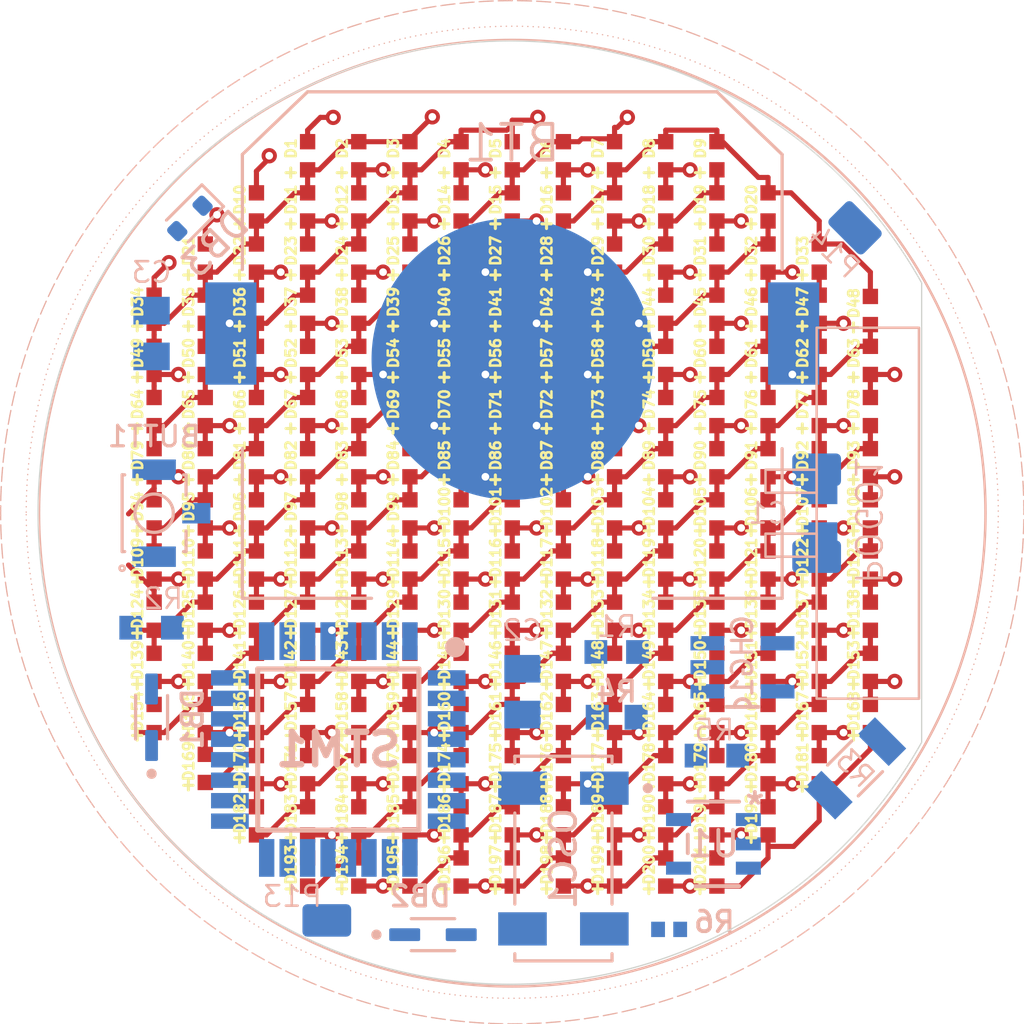
<source format=kicad_pcb>
(kicad_pcb (version 20241229) (generator "pcbnew") (generator_version "9.0")
  (layers (0 "F.Cu" signal) (4 "In1.Cu" signal) (6 "In2.Cu" signal) (2 "B.Cu" signal) (13 "F.Paste" user) (15 "B.Paste" user) (5 "F.SilkS" user "F.Silkscreen") (7 "B.SilkS" user "B.Silkscreen") (1 "F.Mask" user) (3 "B.Mask" user) (25 "Edge.Cuts" user))
  (net 0 "")
  (net 1 "Net-(CHG1-VBAT)")
  (net 2 "Net-(U1-EN)")
  (net 3 "F")
  (net 4 "B")
  (net 5 "A")
  (net 6 "N")
  (net 7 "O")
  (net 8 "D")
  (net 9 "E")
  (net 10 "H")
  (net 11 "L")
  (net 12 "J")
  (net 13 "C")
  (net 14 "G")
  (net 15 "M")
  (net 16 "K")
  (net 17 "I")
  (net 18 "P")
  (net 19 "Net-(CHG1-PROG)")
  (net 20 "Net-(STM1-PA0)")
  (net 21 "USB + ")
  (net 22 "STM_POW")
  (net 23 "Net-(STM1-PF0-OSC_IN)")
  (net 24 "Net-(CHG1-STAT)")
  (net 25 "Net-(STM1-PF1-OSC_OUT)")
  (net 27 "Net-(STM1-PB3)")
  (net 28 "Net-(STM1-PA1)")
  (net 30 "Net-(STM1-PA13)")
  (net 31 "Net-(STM1-PA14)")
  (net 32 "GNDREF")
  (net 35 "Net-(STM1-PG10-NRST)")
  (net 36 "Net-(DB3-A)")
  (footprint "WL-SMCC_0402:WL-SMCC_0402" (layer "F.Cu") (at 208 89.55 -90)
    (property "Reference" "D108")
    (property "Value" "WL-SMCC_0402")
  )
  (footprint "WL-SMCC_0402:WL-SMCC_0402" (layer "F.Cu") (at 196 99.55 -90)
    (property "Reference" "D176")
    (property "Value" "WL-SMCC_0402")
  )
  (footprint "WL-SMCC_0402:WL-SMCC_0402" (layer "F.Cu") (at 182 95.55 -90)
    (property "Reference" "D140")
    (property "Value" "WL-SMCC_0402")
  )
  (footprint "WL-SMCC_0402:WL-SMCC_0402" (layer "F.Cu") (at 206 91.55 -90)
    (property "Reference" "D122")
    (property "Value" "WL-SMCC_0402")
  )
  (footprint "WL-SMCC_0402:WL-SMCC_0402" (layer "F.Cu") (at 190 89.55 -90)
    (property "Reference" "D99")
    (property "Value" "WL-SMCC_0402")
  )
  (footprint "WL-SMCC_0402:WL-SMCC_0402" (layer "F.Cu") (at 196 87.55 -90)
    (property "Reference" "D87")
    (property "Value" "WL-SMCC_0402")
  )
  (footprint "WL-SMCC_0402:WL-SMCC_0402" (layer "F.Cu") (at 186 99.55 -90)
    (property "Reference" "D171")
    (property "Value" "WL-SMCC_0402")
  )
  (footprint "WL-SMCC_0402:WL-SMCC_0402" (layer "F.Cu") (at 188 79.55 -90)
    (property "Reference" "D24")
    (property "Value" "WL-SMCC_0402")
  )
  (footprint "WL-SMCC_0402:WL-SMCC_0402" (layer "F.Cu") (at 194 95.55 -90)
    (property "Reference" "D146")
    (property "Value" "WL-SMCC_0402")
  )
  (footprint "WL-SMCC_0402:WL-SMCC_0402" (layer "F.Cu") (at 202 99.55 -90)
    (property "Reference" "D179")
    (property "Value" "WL-SMCC_0402")
  )
  (footprint "WL-SMCC_0402:WL-SMCC_0402" (layer "F.Cu") (at 192 99.55 -90)
    (property "Reference" "D174")
    (property "Value" "WL-SMCC_0402")
  )
  (footprint "WL-SMCC_0402:WL-SMCC_0402" (layer "F.Cu") (at 180 91.55 -90)
    (property "Reference" "D109")
    (property "Value" "WL-SMCC_0402")
  )
  (footprint "WL-SMCC_0402:WL-SMCC_0402" (layer "F.Cu") (at 198 99.55 -90)
    (property "Reference" "D177")
    (property "Value" "WL-SMCC_0402")
  )
  (footprint "WL-SMCC_0402:WL-SMCC_0402" (layer "F.Cu") (at 186 95.55 -90)
    (property "Reference" "D142")
    (property "Value" "WL-SMCC_0402")
  )
  (footprint "WL-SMCC_0402:WL-SMCC_0402" (layer "F.Cu") (at 200 91.55 -90)
    (property "Reference" "D119")
    (property "Value" "WL-SMCC_0402")
  )
  (footprint "WL-SMCC_0402:WL-SMCC_0402" (layer "F.Cu") (at 194 89.55 -90)
    (property "Reference" "D101")
    (property "Value" "WL-SMCC_0402")
  )
  (footprint "WL-SMCC_0402:WL-SMCC_0402" (layer "F.Cu") (at 190 103.55 -90)
    (property "Reference" "D195")
    (property "Value" "WL-SMCC_0402")
  )
  (footprint "WL-SMCC_0402:WL-SMCC_0402" (layer "F.Cu") (at 192 93.55 -90)
    (property "Reference" "D130")
    (property "Value" "WL-SMCC_0402")
  )
  (footprint "WL-SMCC_0402:WL-SMCC_0402" (layer "F.Cu") (at 188 97.55 -90)
    (property "Reference" "D158")
    (property "Value" "WL-SMCC_0402")
  )
  (footprint "WL-SMCC_0402:WL-SMCC_0402" (layer "F.Cu") (at 198 83.55 -90)
    (property "Reference" "D58")
    (property "Value" "WL-SMCC_0402")
  )
  (footprint "WL-SMCC_0402:WL-SMCC_0402" (layer "F.Cu") (at 184 81.55 -90)
    (property "Reference" "D36")
    (property "Value" "WL-SMCC_0402")
  )
  (footprint "WL-SMCC_0402:WL-SMCC_0402" (layer "F.Cu") (at 190 95.55 -90)
    (property "Reference" "D144")
    (property "Value" "WL-SMCC_0402")
  )
  (footprint "WL-SMCC_0402:WL-SMCC_0402" (layer "F.Cu") (at 198 91.55 -90)
    (property "Reference" "D118")
    (property "Value" "WL-SMCC_0402")
  )
  (footprint "WL-SMCC_0402:WL-SMCC_0402" (layer "F.Cu") (at 202 79.55 -90)
    (property "Reference" "D31")
    (property "Value" "WL-SMCC_0402")
  )
  (footprint "WL-SMCC_0402:WL-SMCC_0402" (layer "F.Cu") (at 186 93.55 -90)
    (property "Reference" "D127")
    (property "Value" "WL-SMCC_0402")
  )
  (footprint "WL-SMCC_0402:WL-SMCC_0402" (layer "F.Cu") (at 200 99.55 -90)
    (property "Reference" "D178")
    (property "Value" "WL-SMCC_0402")
  )
  (footprint "WL-SMCC_0402:WL-SMCC_0402" (layer "F.Cu") (at 204 83.55 -90)
    (property "Reference" "D61")
    (property "Value" "WL-SMCC_0402")
  )
  (footprint "WL-SMCC_0402:WL-SMCC_0402" (layer "F.Cu") (at 188 85.55 -90)
    (property "Reference" "D68")
    (property "Value" "WL-SMCC_0402")
  )
  (footprint "WL-SMCC_0402:WL-SMCC_0402" (layer "F.Cu") (at 208 95.55 -90)
    (property "Reference" "D153")
    (property "Value" "WL-SMCC_0402")
  )
  (footprint "WL-SMCC_0402:WL-SMCC_0402" (layer "F.Cu") (at 192 91.55 -90)
    (property "Reference" "D115")
    (property "Value" "WL-SMCC_0402")
  )
  (footprint "WL-SMCC_0402:WL-SMCC_0402" (layer "F.Cu") (at 200 101.55 -90)
    (property "Reference" "D190")
    (property "Value" "WL-SMCC_0402")
  )
  (footprint "WL-SMCC_0402:WL-SMCC_0402" (layer "F.Cu") (at 188 101.55 -90)
    (property "Reference" "D184")
    (property "Value" "WL-SMCC_0402")
  )
  (footprint "WL-SMCC_0402:WL-SMCC_0402" (layer "F.Cu") (at 188 75.55 -90)
    (property "Reference" "D2")
    (property "Value" "WL-SMCC_0402")
  )
  (footprint "WL-SMCC_0402:WL-SMCC_0402" (layer "F.Cu") (at 200 95.55 -90)
    (property "Reference" "D149")
    (property "Value" "WL-SMCC_0402")
  )
  (footprint "WL-SMCC_0402:WL-SMCC_0402" (layer "F.Cu") (at 194 85.55 -90)
    (property "Reference" "D71")
    (property "Value" "WL-SMCC_0402")
  )
  (footprint "WL-SMCC_0402:WL-SMCC_0402" (layer "F.Cu") (at 194 79.55 -90)
    (property "Reference" "D27")
    (property "Value" "WL-SMCC_0402")
  )
  (footprint "WL-SMCC_0402:WL-SMCC_0402" (layer "F.Cu") (at 182 97.55 -90)
    (property "Reference" "D155")
    (property "Value" "WL-SMCC_0402")
  )
  (footprint "WL-SMCC_0402:WL-SMCC_0402" (layer "F.Cu") (at 186 75.55 -90)
    (property "Reference" "D1")
    (property "Value" "WL-SMCC_0402")
  )
  (footprint "WL-SMCC_0402:WL-SMCC_0402" (layer "F.Cu") (at 202 85.55 -90)
    (property "Reference" "D75")
    (property "Value" "WL-SMCC_0402")
  )
  (footprint "WL-SMCC_0402:WL-SMCC_0402" (layer "F.Cu") (at 192 85.55 -90)
    (property "Reference" "D70")
    (property "Value" "WL-SMCC_0402")
  )
  (footprint "WL-SMCC_0402:WL-SMCC_0402" (layer "F.Cu") (at 202 81.55 -90)
    (property "Reference" "D45")
    (property "Value" "WL-SMCC_0402")
  )
  (footprint "WL-SMCC_0402:WL-SMCC_0402" (layer "F.Cu") (at 190 79.55 -90)
    (property "Reference" "D25")
    (property "Value" "WL-SMCC_0402")
  )
  (footprint "WL-SMCC_0402:WL-SMCC_0402" (layer "F.Cu") (at 184 97.55 -90)
    (property "Reference" "D156")
    (property "Value" "WL-SMCC_0402")
  )
  (footprint "WL-SMCC_0402:WL-SMCC_0402" (layer "F.Cu") (at 198 87.55 -90)
    (property "Reference" "D88")
    (property "Value" "WL-SMCC_0402")
  )
  (footprint "WL-SMCC_0402:WL-SMCC_0402" (layer "F.Cu") (at 186 101.55 -90)
    (property "Reference" "D183")
    (property "Value" "WL-SMCC_0402")
  )
  (footprint "WL-SMCC_0402:WL-SMCC_0402" (layer "F.Cu") (at 184 83.55 -90)
    (property "Reference" "D51")
    (property "Value" "WL-SMCC_0402")
  )
  (footprint "WL-SMCC_0402:WL-SMCC_0402" (layer "F.Cu") (at 196 97.55 -90)
    (property "Reference" "D162")
    (property "Value" "WL-SMCC_0402")
  )
  (footprint "WL-SMCC_0402:WL-SMCC_0402" (layer "F.Cu") (at 198 81.55 -90)
    (property "Reference" "D43")
    (property "Value" "WL-SMCC_0402")
  )
  (footprint "WL-SMCC_0402:WL-SMCC_0402" (layer "F.Cu") (at 204 81.55 -90)
    (property "Reference" "D46")
    (property "Value" "WL-SMCC_0402")
  )
  (footprint "WL-SMCC_0402:WL-SMCC_0402" (layer "F.Cu") (at 198 79.55 -90)
    (property "Reference" "D29")
    (property "Value" "WL-SMCC_0402")
  )
  (footprint "WL-SMCC_0402:WL-SMCC_0402" (layer "F.Cu") (at 182 83.55 -90)
    (property "Reference" "D50")
    (property "Value" "WL-SMCC_0402")
  )
  (footprint "WL-SMCC_0402:WL-SMCC_0402" (layer "F.Cu") (at 202 77.55 -90)
    (property "Reference" "D19")
    (property "Value" "WL-SMCC_0402")
  )
  (footprint "WL-SMCC_0402:WL-SMCC_0402" (layer "F.Cu") (at 206 85.55 -90)
    (property "Reference" "D77")
    (property "Value" "WL-SMCC_0402")
  )
  (footprint "WL-SMCC_0402:WL-SMCC_0402" (layer "F.Cu") (at 198 101.55 -90)
    (property "Reference" "D189")
    (property "Value" "WL-SMCC_0402")
  )
  (footprint "WL-SMCC_0402:WL-SMCC_0402" (layer "F.Cu") (at 198 97.55 -90)
    (property "Reference" "D163")
    (property "Value" "WL-SMCC_0402")
  )
  (footprint "WL-SMCC_0402:WL-SMCC_0402" (layer "F.Cu") (at 194 103.55 -90)
    (property "Reference" "D197")
    (property "Value" "WL-SMCC_0402")
  )
  (footprint "WL-SMCC_0402:WL-SMCC_0402" (layer "F.Cu") (at 182 93.55 -90)
    (property "Reference" "D125")
    (property "Value" "WL-SMCC_0402")
  )
  (footprint "WL-SMCC_0402:WL-SMCC_0402" (layer "F.Cu") (at 184 85.55 -90)
    (property "Reference" "D66")
    (property "Value" "WL-SMCC_0402")
  )
  (footprint "WL-SMCC_0402:WL-SMCC_0402" (layer "F.Cu") (at 182 89.55 -90)
    (property "Reference" "D95")
    (property "Value" "WL-SMCC_0402")
  )
  (footprint "WL-SMCC_0402:WL-SMCC_0402" (layer "F.Cu") (at 200 87.55 -90)
    (property "Reference" "D89")
    (property "Value" "WL-SMCC_0402")
  )
  (footprint "WL-SMCC_0402:WL-SMCC_0402" (layer "F.Cu") (at 204 79.55 -90)
    (property "Reference" "D32")
    (property "Value" "WL-SMCC_0402")
  )
  (footprint "WL-SMCC_0402:WL-SMCC_0402" (layer "F.Cu") (at 202 95.55 -90)
    (property "Reference" "D150")
    (property "Value" "WL-SMCC_0402")
  )
  (footprint "WL-SMCC_0402:WL-SMCC_0402" (layer "F.Cu") (at 194 101.55 -90)
    (property "Reference" "D187")
    (property "Value" "WL-SMCC_0402")
  )
  (footprint "WL-SMCC_0402:WL-SMCC_0402" (layer "F.Cu") (at 206 81.55 -90)
    (property "Reference" "D47")
    (property "Value" "WL-SMCC_0402")
  )
  (footprint "WL-SMCC_0402:WL-SMCC_0402" (layer "F.Cu") (at 192 95.55 -90)
    (property "Reference" "D145")
    (property "Value" "WL-SMCC_0402")
  )
  (footprint "WL-SMCC_0402:WL-SMCC_0402" (layer "F.Cu") (at 192 81.55 -90)
    (property "Reference" "D40")
    (property "Value" "WL-SMCC_0402")
  )
  (footprint "WL-SMCC_0402:WL-SMCC_0402" (layer "F.Cu") (at 184 95.55 -90)
    (property "Reference" "D141")
    (property "Value" "WL-SMCC_0402")
  )
  (footprint "WL-SMCC_0402:WL-SMCC_0402" (layer "F.Cu") (at 180 87.55 -90)
    (property "Reference" "D79")
    (property "Value" "WL-SMCC_0402")
  )
  (footprint "WL-SMCC_0402:WL-SMCC_0402" (layer "F.Cu") (at 208 83.55 -90)
    (property "Reference" "D63")
    (property "Value" "WL-SMCC_0402")
  )
  (footprint "WL-SMCC_0402:WL-SMCC_0402" (layer "F.Cu") (at 208 97.55 -90)
    (property "Reference" "D168")
    (property "Value" "WL-SMCC_0402")
  )
  (footprint "WL-SMCC_0402:WL-SMCC_0402" (layer "F.Cu") (at 204 77.55 -90)
    (property "Reference" "D20")
    (property "Value" "WL-SMCC_0402")
  )
  (footprint "WL-SMCC_0402:WL-SMCC_0402" (layer "F.Cu") (at 200 79.55 -90)
    (property "Reference" "D30")
    (property "Value" "WL-SMCC_0402")
  )
  (footprint "WL-SMCC_0402:WL-SMCC_0402" (layer "F.Cu") (at 200 85.55 -90)
    (property "Reference" "D74")
    (property "Value" "WL-SMCC_0402")
  )
  (footprint "WL-SMCC_0402:WL-SMCC_0402" (layer "F.Cu") (at 180 95.55 -90)
    (property "Reference" "D139")
    (property "Value" "WL-SMCC_0402")
  )
  (footprint "WL-SMCC_0402:WL-SMCC_0402" (layer "F.Cu") (at 184 101.55 -90)
    (property "Reference" "D182")
    (property "Value" "WL-SMCC_0402")
  )
  (footprint "WL-SMCC_0402:WL-SMCC_0402" (layer "F.Cu") (at 182 79.55 -90)
    (property "Reference" "D21")
    (property "Value" "WL-SMCC_0402")
  )
  (footprint "WL-SMCC_0402:WL-SMCC_0402" (layer "F.Cu") (at 202 97.55 -90)
    (property "Reference" "D165")
    (property "Value" "WL-SMCC_0402")
  )
  (footprint "WL-SMCC_0402:WL-SMCC_0402" (layer "F.Cu") (at 206 89.55 -90)
    (property "Reference" "D107")
    (property "Value" "WL-SMCC_0402")
  )
  (footprint "WL-SMCC_0402:WL-SMCC_0402" (layer "F.Cu") (at 196 85.55 -90)
    (property "Reference" "D72")
    (property "Value" "WL-SMCC_0402")
  )
  (footprint "WL-SMCC_0402:WL-SMCC_0402" (layer "F.Cu") (at 182 87.55 -90)
    (property "Reference" "D80")
    (property "Value" "WL-SMCC_0402")
  )
  (footprint "WL-SMCC_0402:WL-SMCC_0402" (layer "F.Cu") (at 180 83.55 -90)
    (property "Reference" "D49")
    (property "Value" "WL-SMCC_0402")
  )
  (footprint "WL-SMCC_0402:WL-SMCC_0402" (layer "F.Cu") (at 186 87.55 -90)
    (property "Reference" "D82")
    (property "Value" "WL-SMCC_0402")
  )
  (footprint "WL-SMCC_0402:WL-SMCC_0402" (layer "F.Cu") (at 180 97.55 -90)
    (property "Reference" "D154")
    (property "Value" "WL-SMCC_0402")
  )
  (footprint "WL-SMCC_0402:WL-SMCC_0402" (layer "F.Cu") (at 190 93.55 -90)
    (property "Reference" "D129")
    (property "Value" "WL-SMCC_0402")
  )
  (footprint "WL-SMCC_0402:WL-SMCC_0402" (layer "F.Cu") (at 200 83.55 -90)
    (property "Reference" "D59")
    (property "Value" "WL-SMCC_0402")
  )
  (footprint "WL-SMCC_0402:WL-SMCC_0402" (layer "F.Cu") (at 206 87.55 -90)
    (property "Reference" "D92")
    (property "Value" "WL-SMCC_0402")
  )
  (footprint "WL-SMCC_0402:WL-SMCC_0402" (layer "F.Cu") (at 208 81.6 -90)
    (property "Reference" "D48")
    (property "Value" "WL-SMCC_0402")
  )
  (footprint "WL-SMCC_0402:WL-SMCC_0402" (layer "F.Cu") (at 194 81.55 -90)
    (property "Reference" "D41")
    (property "Value" "WL-SMCC_0402")
  )
  (footprint "WL-SMCC_0402:WL-SMCC_0402" (layer "F.Cu") (at 208 87.55 -90)
    (property "Reference" "D93")
    (property "Value" "WL-SMCC_0402")
  )
  (footprint "WL-SMCC_0402:WL-SMCC_0402" (layer "F.Cu") (at 200 89.55 -90)
    (property "Reference" "D104")
    (property "Value" "WL-SMCC_0402")
  )
  (footprint "WL-SMCC_0402:WL-SMCC_0402" (layer "F.Cu") (at 180 85.55 -90)
    (property "Reference" "D64")
    (property "Value" "WL-SMCC_0402")
  )
  (footprint "WL-SMCC_0402:WL-SMCC_0402" (layer "F.Cu") (at 194 83.55 -90)
    (property "Reference" "D56")
    (property "Value" "WL-SMCC_0402")
  )
  (footprint "WL-SMCC_0402:WL-SMCC_0402" (layer "F.Cu") (at 204 99.55 -90)
    (property "Reference" "D180")
    (property "Value" "WL-SMCC_0402")
  )
  (footprint "WL-SMCC_0402:WL-SMCC_0402" (layer "F.Cu") (at 196 93.55 -90)
    (property "Reference" "D132")
    (property "Value" "WL-SMCC_0402")
  )
  (footprint "WL-SMCC_0402:WL-SMCC_0402" (layer "F.Cu") (at 184 87.55 -90)
    (property "Reference" "D81")
    (property "Value" "WL-SMCC_0402")
  )
  (footprint "WL-SMCC_0402:WL-SMCC_0402" (layer "F.Cu") (at 208 93.55 -90)
    (property "Reference" "D138")
    (property "Value" "WL-SMCC_0402")
  )
  (footprint "WL-SMCC_0402:WL-SMCC_0402" (layer "F.Cu") (at 202 91.55 -90)
    (property "Reference" "D120")
    (property "Value" "WL-SMCC_0402")
  )
  (footprint "WL-SMCC_0402:WL-SMCC_0402" (layer "F.Cu") (at 180 93.55 -90)
    (property "Reference" "D124")
    (property "Value" "WL-SMCC_0402")
  )
  (footprint "WL-SMCC_0402:WL-SMCC_0402" (layer "F.Cu") (at 206 99.55 -90)
    (property "Reference" "D181")
    (property "Value" "WL-SMCC_0402")
  )
  (footprint "WL-SMCC_0402:WL-SMCC_0402" (layer "F.Cu") (at 190 101.55 -90)
    (property "Reference" "D185")
    (property "Value" "WL-SMCC_0402")
  )
  (footprint "WL-SMCC_0402:WL-SMCC_0402" (layer "F.Cu") (at 190 81.55 -90)
    (property "Reference" "D39")
    (property "Value" "WL-SMCC_0402")
  )
  (footprint "WL-SMCC_0402:WL-SMCC_0402" (layer "F.Cu") (at 188 93.55 -90)
    (property "Reference" "D128")
    (property "Value" "WL-SMCC_0402")
  )
  (footprint "WL-SMCC_0402:WL-SMCC_0402" (layer "F.Cu") (at 198 75.55 -90)
    (property "Reference" "D7")
    (property "Value" "WL-SMCC_0402")
  )
  (footprint "WL-SMCC_0402:WL-SMCC_0402" (layer "F.Cu") (at 194 75.55 -90)
    (property "Reference" "D5")
    (property "Value" "WL-SMCC_0402")
  )
  (footprint "WL-SMCC_0402:WL-SMCC_0402" (layer "F.Cu") (at 194 77.55 -90)
    (property "Reference" "D15")
    (property "Value" "WL-SMCC_0402")
  )
  (footprint "WL-SMCC_0402:WL-SMCC_0402" (layer "F.Cu") (at 196 81.55 -90)
    (property "Reference" "D42")
    (property "Value" "WL-SMCC_0402")
  )
  (footprint "WL-SMCC_0402:WL-SMCC_0402" (layer "F.Cu") (at 196 75.55 -90)
    (property "Reference" "D6")
    (property "Value" "WL-SMCC_0402")
  )
  (footprint "WL-SMCC_0402:WL-SMCC_0402" (layer "F.Cu") (at 194 99.55 -90)
    (property "Reference" "D175")
    (property "Value" "WL-SMCC_0402")
  )
  (footprint "WL-SMCC_0402:WL-SMCC_0402" (layer "F.Cu") (at 186 97.55 -90)
    (property "Reference" "D157")
    (property "Value" "WL-SMCC_0402")
  )
  (footprint "WL-SMCC_0402:WL-SMCC_0402" (layer "F.Cu") (at 190 75.55 -90)
    (property "Reference" "D3")
    (property "Value" "WL-SMCC_0402")
  )
  (footprint "WL-SMCC_0402:WL-SMCC_0402" (layer "F.Cu") (at 186 83.55 -90)
    (property "Reference" "D52")
    (property "Value" "WL-SMCC_0402")
  )
  (footprint "WL-SMCC_0402:WL-SMCC_0402" (layer "F.Cu") (at 196 83.55 -90)
    (property "Reference" "D57")
    (property "Value" "WL-SMCC_0402")
  )
  (footprint "WL-SMCC_0402:WL-SMCC_0402" (layer "F.Cu") (at 192 83.55 -90)
    (property "Reference" "D55")
    (property "Value" "WL-SMCC_0402")
  )
  (footprint "WL-SMCC_0402:WL-SMCC_0402" (layer "F.Cu") (at 188 83.55 -90)
    (property "Reference" "D53")
    (property "Value" "WL-SMCC_0402")
  )
  (footprint "WL-SMCC_0402:WL-SMCC_0402" (layer "F.Cu") (at 186 79.55 -90)
    (property "Reference" "D23")
    (property "Value" "WL-SMCC_0402")
  )
  (footprint "WL-SMCC_0402:WL-SMCC_0402" (layer "F.Cu") (at 192 79.55 -90)
    (property "Reference" "D26")
    (property "Value" "WL-SMCC_0402")
  )
  (footprint "WL-SMCC_0402:WL-SMCC_0402" (layer "F.Cu") (at 200 81.55 -90)
    (property "Reference" "D44")
    (property "Value" "WL-SMCC_0402")
  )
  (footprint "WL-SMCC_0402:WL-SMCC_0402" (layer "F.Cu") (at 192 103.55 -90)
    (property "Reference" "D196")
    (property "Value" "WL-SMCC_0402")
  )
  (footprint "WL-SMCC_0402:WL-SMCC_0402" (layer "F.Cu") (at 184 79.55 -90)
    (property "Reference" "D22")
    (property "Value" "WL-SMCC_0402")
  )
  (footprint "WL-SMCC_0402:WL-SMCC_0402" (layer "F.Cu") (at 184 91.55 -90)
    (property "Reference" "D111")
    (property "Value" "WL-SMCC_0402")
  )
  (footprint "WL-SMCC_0402:WL-SMCC_0402" (layer "F.Cu") (at 196 101.55 -90)
    (property "Reference" "D188")
    (property "Value" "WL-SMCC_0402")
  )
  (footprint "WL-SMCC_0402:WL-SMCC_0402" (layer "F.Cu") (at 188 99.55 -90)
    (property "Reference" "D172")
    (property "Value" "WL-SMCC_0402")
  )
  (footprint "WL-SMCC_0402:WL-SMCC_0402" (layer "F.Cu") (at 204 91.55 -90)
    (property "Reference" "D121")
    (property "Value" "WL-SMCC_0402")
  )
  (footprint "WL-SMCC_0402:WL-SMCC_0402" (layer "F.Cu") (at 194 97.55 -90)
    (property "Reference" "D161")
    (property "Value" "WL-SMCC_0402")
  )
  (footprint "WL-SMCC_0402:WL-SMCC_0402" (layer "F.Cu") (at 196 77.55 -90)
    (property "Reference" "D16")
    (property "Value" "WL-SMCC_0402")
  )
  (footprint "WL-SMCC_0402:WL-SMCC_0402" (layer "F.Cu") (at 202 103.55 -90)
    (property "Reference" "D201")
    (property "Value" "WL-SMCC_0402")
  )
  (footprint "WL-SMCC_0402:WL-SMCC_0402" (layer "F.Cu") (at 186 103.55 -90)
    (property "Reference" "D193")
    (property "Value" "WL-SMCC_0402")
  )
  (footprint "WL-SMCC_0402:WL-SMCC_0402" (layer "F.Cu") (at 196 95.55 -90)
    (property "Reference" "D147")
    (property "Value" "WL-SMCC_0402")
  )
  (footprint "WL-SMCC_0402:WL-SMCC_0402" (layer "F.Cu") (at 196 91.55 -90)
    (property "Reference" "D117")
    (property "Value" "WL-SMCC_0402")
  )
  (footprint "WL-SMCC_0402:WL-SMCC_0402" (layer "F.Cu") (at 204 93.55 -90)
    (property "Reference" "D136")
    (property "Value" "WL-SMCC_0402")
  )
  (footprint "WL-SMCC_0402:WL-SMCC_0402" (layer "F.Cu") (at 198 103.55 -90)
    (property "Reference" "D199")
    (property "Value" "WL-SMCC_0402")
  )
  (footprint "WL-SMCC_0402:WL-SMCC_0402" (layer "F.Cu") (at 194 87.55 -90)
    (property "Reference" "D86")
    (property "Value" "WL-SMCC_0402")
  )
  (footprint "WL-SMCC_0402:WL-SMCC_0402" (layer "F.Cu") (at 190 99.55 -90)
    (property "Reference" "D173")
    (property "Value" "WL-SMCC_0402")
  )
  (footprint "WL-SMCC_0402:WL-SMCC_0402" (layer "F.Cu") (at 206 95.55 -90)
    (property "Reference" "D152")
    (property "Value" "WL-SMCC_0402")
  )
  (footprint "WL-SMCC_0402:WL-SMCC_0402" (layer "F.Cu") (at 188 77.55 -90)
    (property "Reference" "D12")
    (property "Value" "WL-SMCC_0402")
  )
  (footprint "WL-SMCC_0402:WL-SMCC_0402" (layer "F.Cu") (at 188 95.55 -90)
    (property "Reference" "D143")
    (property "Value" "WL-SMCC_0402")
  )
  (footprint "WL-SMCC_0402:WL-SMCC_0402" (layer "F.Cu") (at 186 81.55 -90)
    (property "Reference" "D37")
    (property "Value" "WL-SMCC_0402")
  )
  (footprint "WL-SMCC_0402:WL-SMCC_0402" (layer "F.Cu") (at 204 101.55 -90)
    (property "Reference" "D192")
    (property "Value" "WL-SMCC_0402")
  )
  (footprint "WL-SMCC_0402:WL-SMCC_0402" (layer "F.Cu") (at 190 85.55 -90)
    (property "Reference" "D69")
    (property "Value" "WL-SMCC_0402")
  )
  (footprint "WL-SMCC_0402:WL-SMCC_0402" (layer "F.Cu") (at 206 79.55 -90)
    (property "Reference" "D33")
    (property "Value" "WL-SMCC_0402")
  )
  (footprint "WL-SMCC_0402:WL-SMCC_0402" (layer "F.Cu") (at 182 81.55 -90)
    (property "Reference" "D35")
    (property "Value" "WL-SMCC_0402")
  )
  (footprint "WL-SMCC_0402:WL-SMCC_0402" (layer "F.Cu") (at 204 95.55 -90)
    (property "Reference" "D151")
    (property "Value" "WL-SMCC_0402")
  )
  (footprint "WL-SMCC_0402:WL-SMCC_0402" (layer "F.Cu") (at 198 93.55 -90)
    (property "Reference" "D133")
    (property "Value" "WL-SMCC_0402")
  )
  (footprint "WL-SMCC_0402:WL-SMCC_0402" (layer "F.Cu") (at 184 93.55 -90)
    (property "Reference" "D126")
    (property "Value" "WL-SMCC_0402")
  )
  (footprint "WL-SMCC_0402:WL-SMCC_0402" (layer "F.Cu") (at 182 85.55 -90)
    (property "Reference" "D65")
    (property "Value" "WL-SMCC_0402")
  )
  (footprint "WL-SMCC_0402:WL-SMCC_0402" (layer "F.Cu") (at 204 89.55 -90)
    (property "Reference" "D106")
    (property "Value" "WL-SMCC_0402")
  )
  (footprint "WL-SMCC_0402:WL-SMCC_0402" (layer "F.Cu") (at 202 83.55 -90)
    (property "Reference" "D60")
    (property "Value" "WL-SMCC_0402")
  )
  (footprint "WL-SMCC_0402:WL-SMCC_0402" (layer "F.Cu") (at 200 103.55 -90)
    (property "Reference" "D200")
    (property "Value" "WL-SMCC_0402")
  )
  (footprint "WL-SMCC_0402:WL-SMCC_0402" (layer "F.Cu") (at 190 97.55 -90)
    (property "Reference" "D159")
    (property "Value" "WL-SMCC_0402")
  )
  (footprint "WL-SMCC_0402:WL-SMCC_0402" (layer "F.Cu") (at 186 89.55 -90)
    (property "Reference" "D97")
    (property "Value" "WL-SMCC_0402")
  )
  (footprint "WL-SMCC_0402:WL-SMCC_0402" (layer "F.Cu") (at 202 101.55 -90)
    (property "Reference" "D191")
    (property "Value" "WL-SMCC_0402")
  )
  (footprint "WL-SMCC_0402:WL-SMCC_0402" (layer "F.Cu") (at 204 85.55 -90)
    (property "Reference" "D76")
    (property "Value" "WL-SMCC_0402")
  )
  (footprint "WL-SMCC_0402:WL-SMCC_0402" (layer "F.Cu") (at 198 85.55 -90)
    (property "Reference" "D73")
    (property "Value" "WL-SMCC_0402")
  )
  (footprint "WL-SMCC_0402:WL-SMCC_0402" (layer "F.Cu") (at 192 97.55 -90)
    (property "Reference" "D160")
    (property "Value" "WL-SMCC_0402")
  )
  (footprint "WL-SMCC_0402:WL-SMCC_0402" (layer "F.Cu") (at 188 87.55 -90)
    (property "Reference" "D83")
    (property "Value" "WL-SMCC_0402")
  )
  (footprint "WL-SMCC_0402:WL-SMCC_0402" (layer "F.Cu") (at 194 93.55 -90)
    (property "Reference" "D131")
    (property "Value" "WL-SMCC_0402")
  )
  (footprint "WL-SMCC_0402:WL-SMCC_0402" (layer "F.Cu") (at 180 89.55 -90)
    (property "Reference" "D94")
    (property "Value" "WL-SMCC_0402")
  )
  (footprint "WL-SMCC_0402:WL-SMCC_0402" (layer "F.Cu") (at 188 91.55 -90)
    (property "Reference" "D113")
    (property "Value" "WL-SMCC_0402")
  )
  (footprint "WL-SMCC_0402:WL-SMCC_0402" (layer "F.Cu") (at 188 103.55 -90)
    (property "Reference" "D194")
    (property "Value" "WL-SMCC_0402")
  )
  (footprint "WL-SMCC_0402:WL-SMCC_0402" (layer "F.Cu") (at 196 79.55 -90)
    (property "Reference" "D28")
    (property "Value" "WL-SMCC_0402")
  )
  (footprint "WL-SMCC_0402:WL-SMCC_0402" (layer "F.Cu") (at 204 87.55 -90)
    (property "Reference" "D91")
    (property "Value" "WL-SMCC_0402")
  )
  (footprint "WL-SMCC_0402:WL-SMCC_0402" (layer "F.Cu") (at 192 101.55 -90)
    (property "Reference" "D186")
    (property "Value" "WL-SMCC_0402")
  )
  (footprint "WL-SMCC_0402:WL-SMCC_0402" (layer "F.Cu") (at 200 93.55 -90)
    (property "Reference" "D134")
    (property "Value" "WL-SMCC_0402")
  )
  (footprint "WL-SMCC_0402:WL-SMCC_0402" (layer "F.Cu") (at 184 77.55 -90)
    (property "Reference" "D10")
    (property "Value" "WL-SMCC_0402")
  )
  (footprint "WL-SMCC_0402:WL-SMCC_0402" (layer "F.Cu") (at 182 91.55 -90)
    (property "Reference" "D110")
    (property "Value" "WL-SMCC_0402")
  )
  (footprint "WL-SMCC_0402:WL-SMCC_0402" (layer "F.Cu") (at 206 83.55 -90)
    (property "Reference" "D62")
    (property "Value" "WL-SMCC_0402")
  )
  (footprint "WL-SMCC_0402:WL-SMCC_0402" (layer "F.Cu") (at 184 89.55 -90)
    (property "Reference" "D96")
    (property "Value" "WL-SMCC_0402")
  )
  (footprint "WL-SMCC_0402:WL-SMCC_0402" (layer "F.Cu") (at 206 93.55 -90)
    (property "Reference" "D137")
    (property "Value" "WL-SMCC_0402")
  )
  (footprint "WL-SMCC_0402:WL-SMCC_0402" (layer "F.Cu") (at 200 75.55 -90)
    (property "Reference" "D8")
    (property "Value" "WL-SMCC_0402")
  )
  (footprint "WL-SMCC_0402:WL-SMCC_0402" (layer "F.Cu") (at 186 85.55 -90)
    (property "Reference" "D67")
    (property "Value" "WL-SMCC_0402")
  )
  (footprint "WL-SMCC_0402:WL-SMCC_0402" (layer "F.Cu") (at 180 81.55 -90)
    (property "Reference" "D34")
    (property "Value" "WL-SMCC_0402")
  )
  (footprint "WL-SMCC_0402:WL-SMCC_0402" (layer "F.Cu") (at 198 77.55 -90)
    (property "Reference" "D17")
    (property "Value" "WL-SMCC_0402")
  )
  (footprint "WL-SMCC_0402:WL-SMCC_0402" (layer "F.Cu") (at 194 91.55 -90)
    (property "Reference" "D116")
    (property "Value" "WL-SMCC_0402")
  )
  (footprint "WL-SMCC_0402:WL-SMCC_0402" (layer "F.Cu") (at 202 87.55 -90)
    (property "Reference" "D90")
    (property "Value" "WL-SMCC_0402")
  )
  (footprint "WL-SMCC_0402:WL-SMCC_0402" (layer "F.Cu") (at 192 87.55 -90)
    (property "Reference" "D85")
    (property "Value" "WL-SMCC_0402")
  )
  (footprint "WL-SMCC_0402:WL-SMCC_0402" (layer "F.Cu") (at 202 75.55 -90)
    (property "Reference" "D9")
    (property "Value" "WL-SMCC_0402")
  )
  (footprint "WL-SMCC_0402:WL-SMCC_0402" (layer "F.Cu") (at 188 89.55 -90)
    (property "Reference" "D98")
    (property "Value" "WL-SMCC_0402")
  )
  (footprint "WL-SMCC_0402:WL-SMCC_0402" (layer "F.Cu") (at 196 103.55 -90)
    (property "Reference" "D198")
    (property "Value" "WL-SMCC_0402")
  )
  (footprint "WL-SMCC_0402:WL-SMCC_0402" (layer "F.Cu") (at 200 97.55 -90)
    (property "Reference" "D164")
    (property "Value" "WL-SMCC_0402")
  )
  (footprint "WL-SMCC_0402:WL-SMCC_0402" (layer "F.Cu") (at 188 81.55 -90)
    (property "Reference" "D38")
    (property "Value" "WL-SMCC_0402")
  )
  (footprint "WL-SMCC_0402:WL-SMCC_0402" (layer "F.Cu") (at 198 89.55 -90)
    (property "Reference" "D103")
    (property "Value" "WL-SMCC_0402")
  )
  (footprint "WL-SMCC_0402:WL-SMCC_0402" (layer "F.Cu") (at 196 89.55 -90)
    (property "Reference" "D102")
    (property "Value" "WL-SMCC_0402")
  )
  (footprint "WL-SMCC_0402:WL-SMCC_0402" (layer "F.Cu") (at 192 75.55 -90)
    (property "Reference" "D4")
    (property "Value" "WL-SMCC_0402")
  )
  (footprint "WL-SMCC_0402:WL-SMCC_0402" (layer "F.Cu") (at 182 99.5 -90)
    (property "Reference" "D169")
    (property "Value" "WL-SMCC_0402")
  )
  (footprint "WL-SMCC_0402:WL-SMCC_0402" (layer "F.Cu") (at 202 89.55 -90)
    (property "Reference" "D105")
    (property "Value" "WL-SMCC_0402")
  )
  (footprint "WL-SMCC_0402:WL-SMCC_0402" (layer "F.Cu") (at 208 91.55 -90)
    (property "Reference" "D123")
    (property "Value" "WL-SMCC_0402")
  )
  (footprint "WL-SMCC_0402:WL-SMCC_0402" (layer "F.Cu") (at 190 87.55 -90)
    (property "Reference" "D84")
    (property "Value" "WL-SMCC_0402")
  )
  (footprint "WL-SMCC_0402:WL-SMCC_0402" (layer "F.Cu") (at 186 91.55 -90)
    (property "Reference" "D112")
    (property "Value" "WL-SMCC_0402")
  )
  (footprint "WL-SMCC_0402:WL-SMCC_0402" (layer "F.Cu") (at 208 85.55 -90)
    (property "Reference" "D78")
    (property "Value" "WL-SMCC_0402")
  )
  (footprint "WL-SMCC_0402:WL-SMCC_0402" (layer "F.Cu") (at 192 77.55 -90)
    (property "Reference" "D14")
    (property "Value" "WL-SMCC_0402")
  )
  (footprint "WL-SMCC_0402:WL-SMCC_0402" (layer "F.Cu") (at 204 97.55 -90)
    (property "Reference" "D166")
    (property "Value" "WL-SMCC_0402")
  )
  (footprint "WL-SMCC_0402:WL-SMCC_0402" (layer "F.Cu") (at 198 95.55 -90)
    (property "Reference" "D148")
    (property "Value" "WL-SMCC_0402")
  )
  (footprint "WL-SMCC_0402:WL-SMCC_0402" (layer "F.Cu") (at 192 89.55 -90)
    (property "Reference" "D100")
    (property "Value" "WL-SMCC_0402")
  )
  (footprint "WL-SMCC_0402:WL-SMCC_0402" (layer "F.Cu") (at 190 77.55 -90)
    (property "Reference" "D13")
    (property "Value" "WL-SMCC_0402")
  )
  (footprint "WL-SMCC_0402:WL-SMCC_0402" (layer "F.Cu") (at 190 83.55 -90)
    (property "Reference" "D54")
    (property "Value" "WL-SMCC_0402")
  )
  (footprint "WL-SMCC_0402:WL-SMCC_0402" (layer "F.Cu") (at 206 97.55 -90)
    (property "Reference" "D167")
    (property "Value" "WL-SMCC_0402")
  )
  (footprint "WL-SMCC_0402:WL-SMCC_0402" (layer "F.Cu") (at 186 77.55 -90)
    (property "Reference" "D11")
    (property "Value" "WL-SMCC_0402")
  )
  (footprint "WL-SMCC_0402:WL-SMCC_0402" (layer "F.Cu") (at 190 91.55 -90)
    (property "Reference" "D114")
    (property "Value" "WL-SMCC_0402")
  )
  (footprint "WL-SMCC_0402:WL-SMCC_0402" (layer "F.Cu") (at 184 99.55 -90)
    (property "Reference" "D170")
    (property "Value" "WL-SMCC_0402")
  )
  (footprint "WL-SMCC_0402:WL-SMCC_0402" (layer "F.Cu") (at 202 93.55 -90)
    (property "Reference" "D135")
    (property "Value" "WL-SMCC_0402")
  )
  (footprint "WL-SMCC_0402:WL-SMCC_0402" (layer "F.Cu") (at 200 77.55 -90)
    (property "Reference" "D18")
    (property "Value" "WL-SMCC_0402")
  )
  (footprint "RN73H1JTTD5052F50:RN73H1JTTD5052F50" (layer "B.Cu") (at 198.0824 94.95)
    (property "Reference" "R1")
    (property "Value" "RN73H1JTTD5052F50")
  )
  (footprint "GRM21BC81E106ME51K:CAPC2012X140N" (layer "B.Cu") (at 194.4 96.5 -90)
    (property "Reference" "C2")
    (property "Value" "GRM21BC81E106ME51K")
  )
  (footprint "B3U_1100P:SW_B3U-1100P" (layer "B.Cu") (at 180 89.524 -90)
    (property "Reference" "BUTT1")
    (property "Value" "B3U-1100P")
  )
  (footprint "GRM21BC81E106ME51K:CAPC2012X140N" (layer "B.Cu") (at 179.9 82.5 -90)
    (property "Reference" "C3")
    (property "Value" "GRM21BC81E106ME51K")
  )
  (footprint "RC1206FR_07120KL:RC1206FR_07120KL" (layer "B.Cu") (at 207.4 99.5 45)
    (property "Reference" "R3")
    (property "Value" "RC1206FR-07120KL")
  )
  (footprint "STM32G431KBT6:QFP80P900X900X160-32N" (layer "B.Cu") (at 187.2 98.762 180)
    (property "Reference" "STM1")
    (property "Value" "STM32G431KBT6" (hide yes))
  )
  (footprint "WL-SMCC_0402:Untitled" (layer "B.Cu") (at 212.9 89.524 180)
    (property "Reference" "POGO1")
    (property "Value" "~")
  )
  (footprint "MC-306_32.7680K-E0_PURE_SN:MC-306_32.7680K-E0_PURE_SN" (layer "B.Cu") (at 196 103.024 180)
    (property "Reference" "OSC1")
    (property "Value" "MC-306_32.7680K-E0_PURE_SN")
  )
  (footprint "RMCF0603FT300K:RMCF0603FT300K" (layer "B.Cu") (at 198.0824 97.5)
    (property "Reference" "R4")
    (property "Value" "RMCF0603FT300K")
  )
  (footprint "BAS3010A03WE6327HTSA1:SOD2513X110N" (layer "B.Cu") (at 179.9 97.5 90)
    (property "Reference" "DB1")
    (property "Value" "BAS3010A03WE6327HTSA1")
  )
  (footprint "GRM21BC81E106ME51K:CAPC2012X140N" (layer "B.Cu") (at 206 89.524 -90)
    (property "Reference" "C1")
    (property "Value" "GRM21BC81E106ME51K")
  )
  (footprint "RN73H1JTTD5052F50:RN73H1JTTD5052F50" (layer "B.Cu") (at 202 99)
    (property "Reference" "R5")
    (property "Value" "RN73H1JTTD5052F50")
  )
  (footprint "TPS7A0230PDBVR:TPS7A0230PDBVR" (layer "B.Cu") (at 201.8652 102.45 180)
    (property "Reference" "U1")
    (property "Value" "TPS7A0230PDBVR")
  )
  (footprint "RN73H1JTTD5052F50:RN73H1JTTD5052F50" (layer "B.Cu") (at 179.9 94 180)
    (property "Reference" "R2")
    (property "Value" "RN73H1JTTD5052F50")
  )
  (footprint "BAT-HLD-003-SMT:BAT_BAT-HLD-003-SMT_CUT" (layer "B.Cu") (at 194 83.6 180)
    (property "Reference" "BT1")
    (property "Value" "BAT-HLD-003-SMT")
  )
  (footprint "MCP73832T_2ACI_OT:SOT95P270X145-5N" (layer "B.Cu") (at 203 95.5467)
    (property "Reference" "CHG1")
    (property "Value" "MCP73832T-2ACI_OT")
  )
  (footprint "WL-SMCC_0402:PROGPAD" (layer "B.Cu") (at 207.7536 79.4271 135)
    (property "Reference" "P14")
    (property "Value" "~")
  )
  (footprint "WL-SMCC_0402:PROGPAD" (layer "B.Cu") (at 187.7512 105.9425 180)
    (property "Reference" "P13")
    (property "Value" "~")
  )
  (footprint "RC1005F103CS:RESC1005X40N" (layer "B.Cu") (at 200.1322 105.7937)
    (property "Reference" "R6")
    (property "Value" "RC1005F103CS")
  )
  (footprint "Diode_SMD:D_SOD-523" (layer "B.Cu") (at 181.4 78 -135)
    (property "Reference" "DB3")
    (property "Value" "1N4148WT")
  )
  (footprint "BAS3010A03WE6327HTSA1:SOD2513X110N" (layer "B.Cu") (at 190.9 106)
    (property "Reference" "DB2")
    (property "Value" "BAS3010A03WE6327HTSA1")
  )
  (gr_circle (center 194 89.4865) (end 175 89.4865) (stroke (width 0.05) (type dot)) (fill no) (layer "B.SilkS"))
  (gr_circle (center 194 89.523965) (end 175.5 89.523965) (stroke (width 0.1)) (fill no) (layer "B.SilkS"))
  (gr_circle (center 194 89.4865) (end 178 77.4865) (stroke (width 0.05) (type dash)) (fill no) (layer "B.SilkS"))
  (gr_line (start 210.004442 80.5214) (end 210.004443 98.478599) (stroke (width 0.05)) (layer "Edge.Cuts"))
  (gr_arc (start 210 98.486565) (mid 175.46177 89.49544) (end 210.004443 80.5214) (stroke (width 0.05)) (layer "Edge.Cuts"))
  (segment (start 180 84.55) (end 180 84.1) (width 0.2) (layer "F.Cu") (net 3))
  (segment (start 192 96.1) (end 192.95 96.1) (width 0.2) (layer "F.Cu") (net 3))
  (segment (start 184 88.1) (end 184.95 88.1) (width 0.2) (layer "F.Cu") (net 3))
  (segment (start 204 102.1) (end 204 102.55) (width 0.2) (layer "F.Cu") (net 3))
  (segment (start 200.95 104.1) (end 202 104.1) (width 0.2) (layer "F.Cu") (net 3))
  (segment (start 194 99) (end 194 98.1) (width 0.2) (layer "F.Cu") (net 3))
  (segment (start 202.9 104.1) (end 204 103) (width 0.2) (layer "F.Cu") (net 3))
  (segment (start 186 91) (end 186 90.1) (width 0.2) (layer "F.Cu") (net 3))
  (segment (start 184 89) (end 184 88.1) (width 0.2) (layer "F.Cu") (net 3))
  (segment (start 206.65 100.1) (end 206 100.1) (width 0.2) (layer "F.Cu") (net 3))
  (segment (start 198 102.1) (end 198.95 102.1) (width 0.2) (layer "F.Cu") (net 3))
  (segment (start 208 98.1) (end 208 98.75) (width 0.2) (layer "F.Cu") (net 3))
  (segment (start 190 95) (end 190 94.1) (width 0.2) (layer "F.Cu") (net 3))
  (segment (start 192 97) (end 192 96.1) (width 0.2) (layer "F.Cu") (net 3))
  (segment (start 198 103) (end 198 102.1) (width 0.2) (layer "F.Cu") (net 3))
  (segment (start 182 86.1) (end 182.95 86.1) (width 0.2) (layer "F.Cu") (net 3))
  (segment (start 196 100.1) (end 196.95 100.1) (width 0.2) (layer "F.Cu") (net 3))
  (segment (start 186 90.1) (end 186.95 90.1) (width 0.2) (layer "F.Cu") (net 3))
  (segment (start 204 102.55) (end 205 102.55) (width 0.2) (layer "F.Cu") (net 3))
  (segment (start 205 102.55) (end 206 101.55) (width 0.2) (layer "F.Cu") (net 3))
  (segment (start 190 94.1) (end 190.95 94.1) (width 0.2) (layer "F.Cu") (net 3))
  (segment (start 180 84.1) (end 180.95 84.1) (width 0.2) (layer "F.Cu") (net 3))
  (segment (start 208 98.75) (end 206.65 100.1) (width 0.2) (layer "F.Cu") (net 3))
  (segment (start 188 92.1) (end 188.95 92.1) (width 0.2) (layer "F.Cu") (net 3))
  (segment (start 182 87) (end 182 86.1) (width 0.2) (layer "F.Cu") (net 3))
  (segment (start 204 103) (end 204 102.55) (width 0.2) (layer "F.Cu") (net 3))
  (segment (start 194 98.1) (end 194.95 98.1) (width 0.2) (layer "F.Cu") (net 3))
  (segment (start 196 101) (end 196 100.1) (width 0.2) (layer "F.Cu") (net 3))
  (segment (start 206 101.55) (end 206 100.1) (width 0.2) (layer "F.Cu") (net 3))
  (segment (start 180 85) (end 180 84.55) (width 0.2) (layer "F.Cu") (net 3))
  (segment (start 202 104.1) (end 202.9 104.1) (width 0.2) (layer "F.Cu") (net 3))
  (segment (start 200 104.1) (end 200.95 104.1) (width 0.2) (layer "F.Cu") (net 3))
  (segment (start 188 93) (end 188 92.1) (width 0.2) (layer "F.Cu") (net 3))
  (via blind (at 200.95 104.1) (size 0.6) (drill 0.3) (layers "F.Cu" "In1.Cu") (net 3))
  (via blind (at 184.95 88.1) (size 0.6) (drill 0.3) (layers "F.Cu" "In1.Cu") (net 3))
  (via blind (at 196.95 100.1) (size 0.6) (drill 0.3) (layers "F.Cu" "In1.Cu") (net 3))
  (via blind (at 190.95 94.1) (size 0.6) (drill 0.3) (layers "F.Cu" "In1.Cu") (net 3))
  (via blind (at 198.95 102.1) (size 0.6) (drill 0.3) (layers "F.Cu" "In1.Cu") (net 3))
  (via blind (at 180.95 84.1) (size 0.6) (drill 0.3) (layers "F.Cu" "In1.Cu") (net 3))
  (via blind (at 188.95 92.1) (size 0.6) (drill 0.3) (layers "F.Cu" "In1.Cu") (net 3))
  (via blind (at 182.95 86.1) (size 0.6) (drill 0.3) (layers "F.Cu" "In1.Cu") (net 3))
  (via blind (at 186.95 90.1) (size 0.6) (drill 0.3) (layers "F.Cu" "In1.Cu") (net 3))
  (via blind (at 192.95 96.1) (size 0.6) (drill 0.3) (layers "F.Cu" "In1.Cu") (net 3))
  (via blind (at 194.95 98.1) (size 0.6) (drill 0.3) (layers "F.Cu" "In1.Cu") (net 3))
  (segment (start 204 96.1) (end 204.95 96.1) (width 0.2) (layer "F.Cu") (net 4))
  (segment (start 186 78.1) (end 186.95 78.1) (width 0.2) (layer "F.Cu") (net 4))
  (segment (start 184 76.15) (end 184 76.175) (width 0.2) (layer "F.Cu") (net 4))
  (segment (start 200 93) (end 200 92.1) (width 0.2) (layer "F.Cu") (net 4))
  (segment (start 200 92.1) (end 200.95 92.1) (width 0.2) (layer "F.Cu") (net 4))
  (segment (start 188 81) (end 188 80.1) (width 0.2) (layer "F.Cu") (net 4))
  (segment (start 194 86.1) (end 194.95 86.1) (width 0.2) (layer "F.Cu") (net 4))
  (segment (start 184 76.175) (end 184 77) (width 0.2) (layer "F.Cu") (net 4))
  (segment (start 184.5 75.55) (end 184.5 75.65) (width 0.2) (layer "F.Cu") (net 4))
  (segment (start 198 91) (end 198 90.1) (width 0.2) (layer "F.Cu") (net 4))
  (segment (start 196 88.1) (end 196.95 88.1) (width 0.2) (layer "F.Cu") (net 4))
  (segment (start 196 89) (end 196 88.1) (width 0.2) (layer "F.Cu") (net 4))
  (segment (start 198 90.1) (end 198.95 90.1) (width 0.2) (layer "F.Cu") (net 4))
  (segment (start 206 99) (end 206 98.1) (width 0.2) (layer "F.Cu") (net 4))
  (segment (start 204 97) (end 204 96.1) (width 0.2) (layer "F.Cu") (net 4))
  (segment (start 184.5 75.65) (end 184 76.15) (width 0.2) (layer "F.Cu") (net 4))
  (segment (start 190 82.1) (end 190.95 82.1) (width 0.2) (layer "F.Cu") (net 4))
  (segment (start 192 84.1) (end 192.95 84.1) (width 0.2) (layer "F.Cu") (net 4))
  (segment (start 202 95) (end 202 94.1) (width 0.2) (layer "F.Cu") (net 4))
  (segment (start 188 80.1) (end 188.95 80.1) (width 0.2) (layer "F.Cu") (net 4))
  (segment (start 192 85) (end 192 84.1) (width 0.2) (layer "F.Cu") (net 4))
  (segment (start 194 87) (end 194 86.1) (width 0.2) (layer "F.Cu") (net 4))
  (segment (start 186 79) (end 186 78.1) (width 0.2) (layer "F.Cu") (net 4))
  (segment (start 202 94.1) (end 202.95 94.1) (width 0.2) (layer "F.Cu") (net 4))
  (segment (start 190 83) (end 190 82.1) (width 0.2) (layer "F.Cu") (net 4))
  (segment (start 206 98.1) (end 206.95 98.1) (width 0.2) (layer "F.Cu") (net 4))
  (via blind (at 188.95 80.1) (size 0.6) (drill 0.3) (layers "F.Cu" "In1.Cu") (net 4))
  (via blind (at 192.95 84.1) (size 0.6) (drill 0.3) (layers "F.Cu" "In1.Cu") (net 4))
  (via blind (at 196.95 88.1) (size 0.6) (drill 0.3) (layers "F.Cu" "In1.Cu") (net 4))
  (via blind (at 186.95 78.1) (size 0.6) (drill 0.3) (layers "F.Cu" "In1.Cu") (net 4))
  (via blind (at 198.95 90.1) (size 0.6) (drill 0.3) (layers "F.Cu" "In1.Cu") (net 4))
  (via blind (at 194.95 86.1) (size 0.6) (drill 0.3) (layers "F.Cu" "In1.Cu") (net 4))
  (via blind (at 190.95 82.1) (size 0.6) (drill 0.3) (layers "F.Cu" "In1.Cu") (net 4))
  (via blind (at 202.95 94.1) (size 0.6) (drill 0.3) (layers "F.Cu" "In1.Cu") (net 4))
  (via blind (at 206.95 98.1) (size 0.6) (drill 0.3) (layers "F.Cu" "In1.Cu") (net 4))
  (via blind (at 200.95 92.1) (size 0.6) (drill 0.3) (layers "F.Cu" "In1.Cu") (net 4))
  (via blind (at 184.5 75.55) (size 0.6) (drill 0.3) (layers "F.Cu" "In1.Cu") (net 4))
  (via blind (at 204.95 96.1) (size 0.6) (drill 0.3) (layers "F.Cu" "In1.Cu") (net 4))
  (segment (start 196 85) (end 196 84.1) (width 0.2) (layer "F.Cu") (net 5))
  (segment (start 208 97) (end 208 96.1) (width 0.2) (layer "F.Cu") (net 5))
  (segment (start 186.25 74.3) (end 186 74.55) (width 0.2) (layer "F.Cu") (net 5))
  (segment (start 186 74.55) (end 186 75) (width 0.2) (layer "F.Cu") (net 5))
  (segment (start 190 78.1) (end 190.95 78.1) (width 0.2) (layer "F.Cu") (net 5))
  (segment (start 194 83) (end 194 82.1) (width 0.2) (layer "F.Cu") (net 5))
  (segment (start 200 89) (end 200 88.1) (width 0.2) (layer "F.Cu") (net 5))
  (segment (start 202 90.1) (end 202.95 90.1) (width 0.2) (layer "F.Cu") (net 5))
  (segment (start 200 88.1) (end 200.95 88.1) (width 0.2) (layer "F.Cu") (net 5))
  (segment (start 202 91) (end 202 90.1) (width 0.2) (layer "F.Cu") (net 5))
  (segment (start 204 93) (end 204 92.1) (width 0.2) (layer "F.Cu") (net 5))
  (segment (start 192 81) (end 192 80.1) (width 0.2) (layer "F.Cu") (net 5))
  (segment (start 196 84.1) (end 196.95 84.1) (width 0.2) (layer "F.Cu") (net 5))
  (segment (start 188 76.1) (end 188.95 76.1) (width 0.2) (layer "F.Cu") (net 5))
  (segment (start 194 82.1) (end 194.95 82.1) (width 0.2) (layer "F.Cu") (net 5))
  (segment (start 208 96.1) (end 208.95 96.1) (width 0.2) (layer "F.Cu") (net 5))
  (segment (start 198 86.1) (end 198.95 86.1) (width 0.2) (layer "F.Cu") (net 5))
  (segment (start 206 94.1) (end 206.95 94.1) (width 0.2) (layer "F.Cu") (net 5))
  (segment (start 188 77) (end 188 76.1) (width 0.2) (layer "F.Cu") (net 5))
  (segment (start 187 74.05) (end 186.5 74.05) (width 0.2) (layer "F.Cu") (net 5))
  (segment (start 204 92.1) (end 204.95 92.1) (width 0.2) (layer "F.Cu") (net 5))
  (segment (start 192 80.1) (end 192.95 80.1) (width 0.2) (layer "F.Cu") (net 5))
  (segment (start 186.5 74.05) (end 186.25 74.3) (width 0.2) (layer "F.Cu") (net 5))
  (segment (start 190 79) (end 190 78.1) (width 0.2) (layer "F.Cu") (net 5))
  (segment (start 198 87) (end 198 86.1) (width 0.2) (layer "F.Cu") (net 5))
  (segment (start 206 95) (end 206 94.1) (width 0.2) (layer "F.Cu") (net 5))
  (via blind (at 206.95 94.1) (size 0.6) (drill 0.3) (layers "F.Cu" "In1.Cu") (net 5))
  (via blind (at 188.95 76.1) (size 0.6) (drill 0.3) (layers "F.Cu" "In1.Cu") (net 5))
  (via blind (at 194.95 82.1) (size 0.6) (drill 0.3) (layers "F.Cu" "In1.Cu") (net 5))
  (via blind (at 198.95 86.1) (size 0.6) (drill 0.3) (layers "F.Cu" "In1.Cu") (net 5))
  (via blind (at 204.95 92.1) (size 0.6) (drill 0.3) (layers "F.Cu" "In1.Cu") (net 5))
  (via blind (at 202.95 90.1) (size 0.6) (drill 0.3) (layers "F.Cu" "In1.Cu") (net 5))
  (via blind (at 208.95 96.1) (size 0.6) (drill 0.3) (layers "F.Cu" "In1.Cu") (net 5))
  (via blind (at 192.95 80.1) (size 0.6) (drill 0.3) (layers "F.Cu" "In1.Cu") (net 5))
  (via blind (at 190.95 78.1) (size 0.6) (drill 0.3) (layers "F.Cu" "In1.Cu") (net 5))
  (via blind (at 187 74.05) (size 0.6) (drill 0.3) (layers "F.Cu" "In1.Cu") (net 5))
  (via blind (at 196.95 84.1) (size 0.6) (drill 0.3) (layers "F.Cu" "In1.Cu") (net 5))
  (via blind (at 200.95 88.1) (size 0.6) (drill 0.3) (layers "F.Cu" "In1.Cu") (net 5))
  (segment (start 202 80.1) (end 202.45 80.1) (width 0.2) (layer "F.Cu") (net 6))
  (segment (start 186 97) (end 186 96.1) (width 0.2) (layer "F.Cu") (net 6))
  (segment (start 184 99) (end 184 98.95) (width 0.2) (layer "F.Cu") (net 6))
  (segment (start 190.45 92.1) (end 191.55 91) (width 0.2) (layer "F.Cu") (net 6))
  (segment (start 186.45 96.1) (end 187.55 95) (width 0.2) (layer "F.Cu") (net 6))
  (segment (start 194 88.1) (end 194.45 88.1) (width 0.2) (layer "F.Cu") (net 6))
  (segment (start 184.4 98.1) (end 185.5 97) (width 0.2) (layer "F.Cu") (net 6))
  (segment (start 185.5 97) (end 186 97) (width 0.2) (layer "F.Cu") (net 6))
  (segment (start 183.55 98.95) (end 184 98.95) (width 0.2) (layer "F.Cu") (net 6))
  (segment (start 202.45 80.1) (end 203.55 79) (width 0.2) (layer "F.Cu") (net 6))
  (segment (start 203.55 79) (end 204 79) (width 0.2) (layer "F.Cu") (net 6))
  (segment (start 203.55 79) (end 204 79) (width 0.2) (layer "F.Cu") (net 6))
  (segment (start 191.55 91) (end 192 91) (width 0.2) (layer "F.Cu") (net 6))
  (segment (start 198 85) (end 198 84.1) (width 0.2) (layer "F.Cu") (net 6))
  (segment (start 188 95) (end 188 94.1) (width 0.2) (layer "F.Cu") (net 6))
  (segment (start 190 92.1) (end 190.45 92.1) (width 0.2) (layer "F.Cu") (net 6))
  (segment (start 190 93) (end 190 92.1) (width 0.2) (layer "F.Cu") (net 6))
  (segment (start 198 84.1) (end 198.45 84.1) (width 0.2) (layer "F.Cu") (net 6))
  (segment (start 194 89) (end 194 88.1) (width 0.2) (layer "F.Cu") (net 6))
  (segment (start 188 94.1) (end 188.4 94.1) (width 0.2) (layer "F.Cu") (net 6))
  (segment (start 200 83) (end 200 82.1) (width 0.2) (layer "F.Cu") (net 6))
  (segment (start 204 79) (end 204 78.1) (width 0.2) (layer "F.Cu") (net 6))
  (segment (start 199.55 83) (end 200 83) (width 0.2) (layer "F.Cu") (net 6))
  (segment (start 192 90.1) (end 192.4 90.1) (width 0.2) (layer "F.Cu") (net 6))
  (segment (start 187.55 95) (end 188 95) (width 0.2) (layer "F.Cu") (net 6))
  (segment (start 182 100.05) (end 182.45 100.05) (width 0.2) (layer "F.Cu") (net 6))
  (segment (start 187.55 95) (end 188 95) (width 0.2) (layer "F.Cu") (net 6))
  (segment (start 193.5 89) (end 194 89) (width 0.2) (layer "F.Cu") (net 6))
  (segment (start 186 96.1) (end 186.45 96.1) (width 0.2) (layer "F.Cu") (net 6))
  (segment (start 191.55 91) (end 192 91) (width 0.2) (layer "F.Cu") (net 6))
  (segment (start 194.45 88.1) (end 195.55 87) (width 0.2) (layer "F.Cu") (net 6))
  (segment (start 196 86.1) (end 196.4 86.1) (width 0.2) (layer "F.Cu") (net 6))
  (segment (start 188.4 94.1) (end 189.5 93) (width 0.2) (layer "F.Cu") (net 6))
  (segment (start 196.4 86.1) (end 197.5 85) (width 0.2) (layer "F.Cu") (net 6))
  (segment (start 184 98.1) (end 184.4 98.1) (width 0.2) (layer "F.Cu") (net 6))
  (segment (start 202 81) (end 202 80.1) (width 0.2) (layer "F.Cu") (net 6))
  (segment (start 200 82.1) (end 200.4 82.1) (width 0.2) (layer "F.Cu") (net 6))
  (segment (start 195.55 87) (end 196 87) (width 0.2) (layer "F.Cu") (net 6))
  (segment (start 184 98.95) (end 184 98.1) (width 0.2) (layer "F.Cu") (net 6))
  (segment (start 198.45 84.1) (end 199.55 83) (width 0.2) (layer "F.Cu") (net 6))
  (segment (start 200.4 82.1) (end 201.5 81) (width 0.2) (layer "F.Cu") (net 6))
  (segment (start 201.5 81) (end 202 81) (width 0.2) (layer "F.Cu") (net 6))
  (segment (start 182.45 100.05) (end 182.5 100.05) (width 0.2) (layer "F.Cu") (net 6))
  (segment (start 189.5 93) (end 190 93) (width 0.2) (layer "F.Cu") (net 6))
  (segment (start 192 91) (end 192 90.1) (width 0.2) (layer "F.Cu") (net 6))
  (segment (start 196 87) (end 196 86.1) (width 0.2) (layer "F.Cu") (net 6))
  (segment (start 195.55 87) (end 196 87) (width 0.2) (layer "F.Cu") (net 6))
  (segment (start 197.5 85) (end 198 85) (width 0.2) (layer "F.Cu") (net 6))
  (segment (start 199.55 83) (end 200 83) (width 0.2) (layer "F.Cu") (net 6))
  (segment (start 192.4 90.1) (end 193.5 89) (width 0.2) (layer "F.Cu") (net 6))
  (segment (start 182.45 100.05) (end 183.55 98.95) (width 0.2) (layer "F.Cu") (net 6))
  (segment (start 199.55 87) (end 200 87) (width 0.2) (layer "F.Cu") (net 7))
  (segment (start 200.4 86.1) (end 201.5 85) (width 0.2) (layer "F.Cu") (net 7))
  (segment (start 191.55 95) (end 192 95) (width 0.2) (layer "F.Cu") (net 7))
  (segment (start 195.55 91) (end 196 91) (width 0.2) (layer "F.Cu") (net 7))
  (segment (start 190 96.1) (end 190.45 96.1) (width 0.2) (layer "F.Cu") (net 7))
  (segment (start 196.4 90.1) (end 197.5 89) (width 0.2) (layer "F.Cu") (net 7))
  (segment (start 184 102.1) (end 184.4 102.1) (width 0.2) (layer "F.Cu") (net 7))
  (segment (start 191.55 95) (end 192 95) (width 0.2) (layer "F.Cu") (net 7))
  (segment (start 185.5 101) (end 186 101) (width 0.2) (layer "F.Cu") (net 7))
  (segment (start 195.55 91) (end 196 91) (width 0.2) (layer "F.Cu") (net 7))
  (segment (start 204 83) (end 204 82.1) (width 0.2) (layer "F.Cu") (net 7))
  (segment (start 198.45 88.1) (end 199.55 87) (width 0.2) (layer "F.Cu") (net 7))
  (segment (start 189.5 97) (end 190 97) (width 0.2) (layer "F.Cu") (net 7))
  (segment (start 192.4 94.1) (end 193.5 93) (width 0.2) (layer "F.Cu") (net 7))
  (segment (start 192 95) (end 192 94.1) (width 0.2) (layer "F.Cu") (net 7))
  (segment (start 196 90.1) (end 196.4 90.1) (width 0.2) (layer "F.Cu") (net 7))
  (segment (start 199.55 87) (end 200 87) (width 0.2) (layer "F.Cu") (net 7))
  (segment (start 193.5 93) (end 194 93) (width 0.2) (layer "F.Cu") (net 7))
  (segment (start 204 82.1) (end 204.4 82.1) (width 0.2) (layer "F.Cu") (net 7))
  (segment (start 190 97) (end 190 96.1) (width 0.2) (layer "F.Cu") (net 7))
  (segment (start 188.4 98.1) (end 189.5 97) (width 0.2) (layer "F.Cu") (net 7))
  (segment (start 187.55 99) (end 188 99) (width 0.2) (layer "F.Cu") (net 7))
  (segment (start 200 86.1) (end 200.4 86.1) (width 0.2) (layer "F.Cu") (net 7))
  (segment (start 202 84.1) (end 202.45 84.1) (width 0.2) (layer "F.Cu") (net 7))
  (segment (start 188 98.1) (end 188.4 98.1) (width 0.2) (layer "F.Cu") (net 7))
  (segment (start 203.55 83) (end 204 83) (width 0.2) (layer "F.Cu") (net 7))
  (segment (start 188 99) (end 188 98.1) (width 0.2) (layer "F.Cu") (net 7))
  (segment (start 202.45 84.1) (end 203.55 83) (width 0.2) (layer "F.Cu") (net 7))
  (segment (start 204.4 82.1) (end 205.5 81) (width 0.2) (layer "F.Cu") (net 7))
  (segment (start 205.5 81) (end 206 81) (width 0.2) (layer "F.Cu") (net 7))
  (segment (start 186 101) (end 186 100.1) (width 0.2) (layer "F.Cu") (net 7))
  (segment (start 201.5 85) (end 202 85) (width 0.2) (layer "F.Cu") (net 7))
  (segment (start 198 88.1) (end 198.45 88.1) (width 0.2) (layer "F.Cu") (net 7))
  (segment (start 184.4 102.1) (end 185.5 101) (width 0.2) (layer "F.Cu") (net 7))
  (segment (start 203.55 83) (end 204 83) (width 0.2) (layer "F.Cu") (net 7))
  (segment (start 194 93) (end 194 92.1) (width 0.2) (layer "F.Cu") (net 7))
  (segment (start 186 100.1) (end 186.45 100.1) (width 0.2) (layer "F.Cu") (net 7))
  (segment (start 202 85) (end 202 84.1) (width 0.2) (layer "F.Cu") (net 7))
  (segment (start 194.45 92.1) (end 195.55 91) (width 0.2) (layer "F.Cu") (net 7))
  (segment (start 186.45 100.1) (end 187.55 99) (width 0.2) (layer "F.Cu") (net 7))
  (segment (start 197.5 89) (end 198 89) (width 0.2) (layer "F.Cu") (net 7))
  (segment (start 190.45 96.1) (end 191.55 95) (width 0.2) (layer "F.Cu") (net 7))
  (segment (start 192 94.1) (end 192.4 94.1) (width 0.2) (layer "F.Cu") (net 7))
  (segment (start 196 91) (end 196 90.1) (width 0.2) (layer "F.Cu") (net 7))
  (segment (start 206 81) (end 206 80.1) (width 0.2) (layer "F.Cu") (net 7))
  (segment (start 198 89) (end 198 88.1) (width 0.2) (layer "F.Cu") (net 7))
  (segment (start 187.55 99) (end 188 99) (width 0.2) (layer "F.Cu") (net 7))
  (segment (start 194 92.1) (end 194.45 92.1) (width 0.2) (layer "F.Cu") (net 7))
  (segment (start 200 87) (end 200 86.1) (width 0.2) (layer "F.Cu") (net 7))
  (segment (start 186 87) (end 186 86.1) (width 0.2) (layer "F.Cu") (net 8))
  (segment (start 202 103) (end 202 102.1) (width 0.2) (layer "F.Cu") (net 8))
  (segment (start 182 82.1) (end 182.95 82.1) (width 0.2) (layer "F.Cu") (net 8))
  (segment (start 200 100.1) (end 200.95 100.1) (width 0.2) (layer "F.Cu") (net 8))
  (segment (start 180 80.3108) (end 180 80.6554) (width 0.2) (layer "F.Cu") (net 8))
  (segment (start 184 85) (end 184 84.1) (width 0.2) (layer "F.Cu") (net 8))
  (segment (start 192 92.1) (end 192.95 92.1) (width 0.2) (layer "F.Cu") (net 8))
  (segment (start 188 88.1) (end 188.95 88.1) (width 0.2) (layer "F.Cu") (net 8))
  (segment (start 200 101) (end 200 100.1) (width 0.2) (layer "F.Cu") (net 8))
  (segment (start 184 84.1) (end 184.95 84.1) (width 0.2) (layer "F.Cu") (net 8))
  (segment (start 186 86.1) (end 186.95 86.1) (width 0.2) (layer "F.Cu") (net 8))
  (segment (start 198 98.1) (end 198.95 98.1) (width 0.2) (layer "F.Cu") (net 8))
  (segment (start 196 97) (end 196 96.1) (width 0.2) (layer "F.Cu") (net 8))
  (segment (start 198 99) (end 198 98.1) (width 0.2) (layer "F.Cu") (net 8))
  (segment (start 180.58 79.7306) (end 180 80.3108) (width 0.2) (layer "F.Cu") (net 8))
  (segment (start 180 80.6554) (end 180 81) (width 0.2) (layer "F.Cu") (net 8))
  (segment (start 196 96.1) (end 196.95 96.1) (width 0.2) (layer "F.Cu") (net 8))
  (segment (start 202 102.1) (end 202.95 102.1) (width 0.2) (layer "F.Cu") (net 8))
  (segment (start 194 94.1) (end 194.95 94.1) (width 0.2) (layer "F.Cu") (net 8))
  (segment (start 182 83) (end 182 82.1) (width 0.2) (layer "F.Cu") (net 8))
  (segment (start 190 91) (end 190 90.1) (width 0.2) (layer "F.Cu") (net 8))
  (segment (start 192 93) (end 192 92.1) (width 0.2) (layer "F.Cu") (net 8))
  (segment (start 190 90.1) (end 190.95 90.1) (width 0.2) (layer "F.Cu") (net 8))
  (segment (start 188 89) (end 188 88.1) (width 0.2) (layer "F.Cu") (net 8))
  (segment (start 194 95) (end 194 94.1) (width 0.2) (layer "F.Cu") (net 8))
  (via blind (at 188.95 88.1) (size 0.6) (drill 0.3) (layers "F.Cu" "In1.Cu") (net 8))
  (via blind (at 180.58 79.7306) (size 0.6) (drill 0.3) (layers "F.Cu" "In1.Cu") (net 8))
  (via blind (at 190.95 90.1) (size 0.6) (drill 0.3) (layers "F.Cu" "In1.Cu") (net 8))
  (via blind (at 202.95 102.1) (size 0.6) (drill 0.3) (layers "F.Cu" "In1.Cu") (net 8))
  (via blind (at 186.95 86.1) (size 0.6) (drill 0.3) (layers "F.Cu" "In1.Cu") (net 8))
  (via blind (at 184.95 84.1) (size 0.6) (drill 0.3) (layers "F.Cu" "In1.Cu") (net 8))
  (via blind (at 194.95 94.1) (size 0.6) (drill 0.3) (layers "F.Cu" "In1.Cu") (net 8))
  (via blind (at 200.95 100.1) (size 0.6) (drill 0.3) (layers "F.Cu" "In1.Cu") (net 8))
  (via blind (at 182.95 82.1) (size 0.6) (drill 0.3) (layers "F.Cu" "In1.Cu") (net 8))
  (via blind (at 192.95 92.1) (size 0.6) (drill 0.3) (layers "F.Cu" "In1.Cu") (net 8))
  (via blind (at 198.95 98.1) (size 0.6) (drill 0.3) (layers "F.Cu" "In1.Cu") (net 8))
  (via blind (at 196.95 96.1) (size 0.6) (drill 0.3) (layers "F.Cu" "In1.Cu") (net 8))
  (segment (start 181.5 81) (end 182 81) (width 0.2) (layer "F.Cu") (net 9))
  (segment (start 184 79) (end 184 78.1) (width 0.2) (layer "F.Cu") (net 9))
  (segment (start 196 80.1) (end 196.95 80.1) (width 0.2) (layer "F.Cu") (net 9))
  (segment (start 187.775 75) (end 188 75) (width 0.2) (layer "F.Cu") (net 9))
  (segment (start 182 80.1) (end 182.45 80.1) (width 0.2) (layer "F.Cu") (net 9))
  (segment (start 204 88.1) (end 204.95 88.1) (width 0.2) (layer "F.Cu") (net 9))
  (segment (start 187.55 75) (end 187.775 75) (width 0.2) (layer "F.Cu") (net 9))
  (segment (start 200 85) (end 200 84.1) (width 0.2) (layer "F.Cu") (net 9))
  (segment (start 196 81) (end 196 80.1) (width 0.2) (layer "F.Cu") (net 9))
  (segment (start 190 75) (end 190 74.9047) (width 0.2) (layer "F.Cu") (net 9))
  (segment (start 188 75) (end 190 75) (width 0.2) (layer "F.Cu") (net 9))
  (segment (start 206 91) (end 206 90.1) (width 0.2) (layer "F.Cu") (net 9))
  (segment (start 187.775 75) (end 188 75) (width 0.2) (layer "F.Cu") (net 9))
  (segment (start 194 78.1) (end 194.95 78.1) (width 0.2) (layer "F.Cu") (net 9))
  (segment (start 180 82.55) (end 180 82.1) (width 0.2) (layer "F.Cu") (net 9))
  (segment (start 198 83) (end 198 82.1) (width 0.2) (layer "F.Cu") (net 9))
  (segment (start 206 90.1) (end 206.95 90.1) (width 0.2) (layer "F.Cu") (net 9))
  (segment (start 200 84.1) (end 200.95 84.1) (width 0.2) (layer "F.Cu") (net 9))
  (segment (start 185.5 77) (end 186 77) (width 0.2) (layer "F.Cu") (net 9))
  (segment (start 183.55 79) (end 184 79) (width 0.2) (layer "F.Cu") (net 9))
  (segment (start 192 77) (end 192 76.1) (width 0.2) (layer "F.Cu") (net 9))
  (segment (start 186.45 76.1) (end 187.55 75) (width 0.2) (layer "F.Cu") (net 9))
  (segment (start 202 86.1) (end 202.95 86.1) (width 0.2) (layer "F.Cu") (net 9))
  (segment (start 187.55 75) (end 187.775 75) (width 0.2) (layer "F.Cu") (net 9))
  (segment (start 186 77) (end 186 76.1) (width 0.2) (layer "F.Cu") (net 9))
  (segment (start 198 82.1) (end 198.95 82.1) (width 0.2) (layer "F.Cu") (net 9))
  (segment (start 202 87) (end 202 86.1) (width 0.2) (layer "F.Cu") (net 9))
  (segment (start 186 76.1) (end 186.45 76.1) (width 0.2) (layer "F.Cu") (net 9))
  (segment (start 180 83) (end 180 82.55) (width 0.2) (layer "F.Cu") (net 9))
  (segment (start 180 82.1) (end 180.4 82.1) (width 0.2) (layer "F.Cu") (net 9))
  (segment (start 194 79) (end 194 78.1) (width 0.2) (layer "F.Cu") (net 9))
  (segment (start 204 89) (end 204 88.1) (width 0.2) (layer "F.Cu") (net 9))
  (segment (start 180.4 82.1) (end 181.5 81) (width 0.2) (layer "F.Cu") (net 9))
  (segment (start 184 78.1) (end 184.4 78.1) (width 0.2) (layer "F.Cu") (net 9))
  (segment (start 192 76.1) (end 192.95 76.1) (width 0.2) (layer "F.Cu") (net 9))
  (segment (start 183.55 79) (end 184 79) (width 0.2) (layer "F.Cu") (net 9))
  (segment (start 182.45 80.1) (end 183.55 79) (width 0.2) (layer "F.Cu") (net 9))
  (segment (start 208 92.1) (end 208.95 92.1) (width 0.2) (layer "F.Cu") (net 9))
  (segment (start 208 93) (end 208 92.1) (width 0.2) (layer "F.Cu") (net 9))
  (segment (start 190 74.9047) (end 190.875 74.0293) (width 0.2) (layer "F.Cu") (net 9))
  (segment (start 184.4 78.1) (end 185.5 77) (width 0.2) (layer "F.Cu") (net 9))
  (segment (start 182 81) (end 182 80.1) (width 0.2) (layer "F.Cu") (net 9))
  (via blind (at 196.95 80.1) (size 0.6) (drill 0.3) (layers "F.Cu" "In1.Cu") (net 9))
  (via blind (at 200.95 84.1) (size 0.6) (drill 0.3) (layers "F.Cu" "In1.Cu") (net 9))
  (via blind (at 202.95 86.1) (size 0.6) (drill 0.3) (layers "F.Cu" "In1.Cu") (net 9))
  (via blind (at 204.95 88.1) (size 0.6) (drill 0.3) (layers "F.Cu" "In1.Cu") (net 9))
  (via blind (at 192.95 76.1) (size 0.6) (drill 0.3) (layers "F.Cu" "In1.Cu") (net 9))
  (via blind (at 194.95 78.1) (size 0.6) (drill 0.3) (layers "F.Cu" "In1.Cu") (net 9))
  (via blind (at 190.875 74.0293) (size 0.6) (drill 0.3) (layers "F.Cu" "In1.Cu") (net 9))
  (via blind (at 198.95 82.1) (size 0.6) (drill 0.3) (layers "F.Cu" "In1.Cu") (net 9))
  (via blind (at 206.95 90.1) (size 0.6) (drill 0.3) (layers "F.Cu" "In1.Cu") (net 9))
  (via blind (at 208.95 92.1) (size 0.6) (drill 0.3) (layers "F.Cu" "In1.Cu") (net 9))
  (segment (start 194 102.1) (end 194.95 102.1) (width 0.2) (layer "F.Cu") (net 10))
  (segment (start 206.45 96.1) (end 207.55 95) (width 0.2) (layer "F.Cu") (net 10))
  (segment (start 196.95 104.1) (end 198 104.1) (width 0.2) (layer "F.Cu") (net 10))
  (segment (start 199.55 103) (end 200 103) (width 0.2) (layer "F.Cu") (net 10))
  (segment (start 180 88.1) (end 180.95 88.1) (width 0.2) (layer "F.Cu") (net 10))
  (segment (start 188 96.1) (end 188.95 96.1) (width 0.2) (layer "F.Cu") (net 10))
  (segment (start 194 103) (end 194 102.1) (width 0.2) (layer "F.Cu") (net 10))
  (segment (start 204 98.1) (end 204.4 98.1) (width 0.2) (layer "F.Cu") (net 10))
  (segment (start 188 97) (end 188 96.1) (width 0.2) (layer "F.Cu") (net 10))
  (segment (start 205.5 97) (end 206 97) (width 0.2) (layer "F.Cu") (net 10))
  (segment (start 184 93) (end 184 92.1) (width 0.2) (layer "F.Cu") (net 10))
  (segment (start 182 90.1) (end 182.95 90.1) (width 0.2) (layer "F.Cu") (net 10))
  (segment (start 207.55 95) (end 208 95) (width 0.2) (layer "F.Cu") (net 10))
  (segment (start 186 95) (end 186 94.1) (width 0.2) (layer "F.Cu") (net 10))
  (segment (start 204 99) (end 204 98.1) (width 0.2) (layer "F.Cu") (net 10))
  (segment (start 199.55 103) (end 200 103) (width 0.2) (layer "F.Cu") (net 10))
  (segment (start 203.55 99) (end 204 99) (width 0.2) (layer "F.Cu") (net 10))
  (segment (start 198.45 104.1) (end 199.55 103) (width 0.2) (layer "F.Cu") (net 10))
  (segment (start 207.55 95) (end 208 95) (width 0.2) (layer "F.Cu") (net 10))
  (segment (start 198 104.1) (end 198.45 104.1) (width 0.2) (layer "F.Cu") (net 10))
  (segment (start 196 104.1) (end 196.95 104.1) (width 0.2) (layer "F.Cu") (net 10))
  (segment (start 202.45 100.1) (end 203.55 99) (width 0.2) (layer "F.Cu") (net 10))
  (segment (start 204.4 98.1) (end 205.5 97) (width 0.2) (layer "F.Cu") (net 10))
  (segment (start 206 96.1) (end 206.45 96.1) (width 0.2) (layer "F.Cu") (net 10))
  (segment (start 190 99) (end 190 98.1) (width 0.2) (layer "F.Cu") (net 10))
  (segment (start 202 101) (end 202 100.1) (width 0.2) (layer "F.Cu") (net 10))
  (segment (start 200 102.1) (end 200.4 102.1) (width 0.2) (layer "F.Cu") (net 10))
  (segment (start 190 98.1) (end 190.95 98.1) (width 0.2) (layer "F.Cu") (net 10))
  (segment (start 200 103) (end 200 102.1) (width 0.2) (layer "F.Cu") (net 10))
  (segment (start 182 91) (end 182 90.1) (width 0.2) (layer "F.Cu") (net 10))
  (segment (start 184 92.1) (end 184.95 92.1) (width 0.2) (layer "F.Cu") (net 10))
  (segment (start 180 88.55) (end 179 89.55) (width 0.2) (layer "F.Cu") (net 10))
  (segment (start 201.5 101) (end 202 101) (width 0.2) (layer "F.Cu") (net 10))
  (segment (start 180 89) (end 180 88.55) (width 0.2) (layer "F.Cu") (net 10))
  (segment (start 206 97) (end 206 96.1) (width 0.2) (layer "F.Cu") (net 10))
  (segment (start 192 101) (end 192 100.1) (width 0.2) (layer "F.Cu") (net 10))
  (segment (start 186 94.1) (end 186.95 94.1) (width 0.2) (layer "F.Cu") (net 10))
  (segment (start 202 100.1) (end 202.45 100.1) (width 0.2) (layer "F.Cu") (net 10))
  (segment (start 192 100.1) (end 192.95 100.1) (width 0.2) (layer "F.Cu") (net 10))
  (segment (start 200.4 102.1) (end 201.5 101) (width 0.2) (layer "F.Cu") (net 10))
  (segment (start 203.55 99) (end 204 99) (width 0.2) (layer "F.Cu") (net 10))
  (segment (start 208 95) (end 208 94.1) (width 0.2) (layer "F.Cu") (net 10))
  (segment (start 180 88.55) (end 180 88.1) (width 0.2) (layer "F.Cu") (net 10))
  (via blind (at 188.95 96.1) (size 0.6) (drill 0.3) (layers "F.Cu" "In1.Cu") (net 10))
  (via blind (at 194.95 102.1) (size 0.6) (drill 0.3) (layers "F.Cu" "In1.Cu") (net 10))
  (via blind (at 186.95 94.1) (size 0.6) (drill 0.3) (layers "F.Cu" "In1.Cu") (net 10))
  (via blind (at 180.95 88.1) (size 0.6) (drill 0.3) (layers "F.Cu" "In1.Cu") (net 10))
  (via blind (at 182.95 90.1) (size 0.6) (drill 0.3) (layers "F.Cu" "In1.Cu") (net 10))
  (via blind (at 192.95 100.1) (size 0.6) (drill 0.3) (layers "F.Cu" "In1.Cu") (net 10))
  (via blind (at 190.95 98.1) (size 0.6) (drill 0.3) (layers "F.Cu" "In1.Cu") (net 10))
  (via blind (at 196.95 104.1) (size 0.6) (drill 0.3) (layers "F.Cu" "In1.Cu") (net 10))
  (via blind (at 184.95 92.1) (size 0.6) (drill 0.3) (layers "F.Cu" "In1.Cu") (net 10))
  (segment (start 180 97) (end 180 96.55) (width 0.2) (layer "F.Cu") (net 11))
  (segment (start 194 101) (end 194 100.1) (width 0.2) (layer "F.Cu") (net 11))
  (segment (start 203.55 91) (end 204 91) (width 0.2) (layer "F.Cu") (net 11))
  (segment (start 195.55 99) (end 196 99) (width 0.2) (layer "F.Cu") (net 11))
  (segment (start 200 94.1) (end 200.4 94.1) (width 0.2) (layer "F.Cu") (net 11))
  (segment (start 184 101) (end 184 100.1) (width 0.2) (layer "F.Cu") (net 11))
  (segment (start 198 96.1) (end 198.45 96.1) (width 0.2) (layer "F.Cu") (net 11))
  (segment (start 192 103) (end 192 102.1) (width 0.2) (layer "F.Cu") (net 11))
  (segment (start 190 104.1) (end 190.45 104.1) (width 0.2) (layer "F.Cu") (net 11))
  (segment (start 202.45 92.1) (end 203.55 91) (width 0.2) (layer "F.Cu") (net 11))
  (segment (start 197.5 97) (end 198 97) (width 0.2) (layer "F.Cu") (net 11))
  (segment (start 200.4 94.1) (end 201.5 93) (width 0.2) (layer "F.Cu") (net 11))
  (segment (start 190.45 104.1) (end 191.55 103) (width 0.2) (layer "F.Cu") (net 11))
  (segment (start 203.55 91) (end 204 91) (width 0.2) (layer "F.Cu") (net 11))
  (segment (start 199.55 95) (end 200 95) (width 0.2) (layer "F.Cu") (net 11))
  (segment (start 198 97) (end 198 96.1) (width 0.2) (layer "F.Cu") (net 11))
  (segment (start 206 88.1) (end 206.45 88.1) (width 0.2) (layer "F.Cu") (net 11))
  (segment (start 202 92.1) (end 202.45 92.1) (width 0.2) (layer "F.Cu") (net 11))
  (segment (start 186 102.1) (end 186.95 102.1) (width 0.2) (layer "F.Cu") (net 11))
  (segment (start 196 99) (end 196 98.1) (width 0.2) (layer "F.Cu") (net 11))
  (segment (start 204 90.1) (end 204.4 90.1) (width 0.2) (layer "F.Cu") (net 11))
  (segment (start 194.45 100.1) (end 195.55 99) (width 0.2) (layer "F.Cu") (net 11))
  (segment (start 199.55 95) (end 200 95) (width 0.2) (layer "F.Cu") (net 11))
  (segment (start 195.55 99) (end 196 99) (width 0.2) (layer "F.Cu") (net 11))
  (segment (start 207.55 87) (end 208 87) (width 0.2) (layer "F.Cu") (net 11))
  (segment (start 194 100.1) (end 194.45 100.1) (width 0.2) (layer "F.Cu") (net 11))
  (segment (start 191.55 103) (end 192 103) (width 0.2) (layer "F.Cu") (net 11))
  (segment (start 198.45 96.1) (end 199.55 95) (width 0.2) (layer "F.Cu") (net 11))
  (segment (start 180 96.55) (end 180 96.1) (width 0.2) (layer "F.Cu") (net 11))
  (segment (start 186 103) (end 186 102.1) (width 0.2) (layer "F.Cu") (net 11))
  (segment (start 204 91) (end 204 90.1) (width 0.2) (layer "F.Cu") (net 11))
  (segment (start 201.5 93) (end 202 93) (width 0.2) (layer "F.Cu") (net 11))
  (segment (start 180 96.1) (end 180.95 96.1) (width 0.2) (layer "F.Cu") (net 11))
  (segment (start 184 100.1) (end 184.95 100.1) (width 0.2) (layer "F.Cu") (net 11))
  (segment (start 182 98.1) (end 182.95 98.1) (width 0.2) (layer "F.Cu") (net 11))
  (segment (start 196.4 98.1) (end 197.5 97) (width 0.2) (layer "F.Cu") (net 11))
  (segment (start 202 93) (end 202 92.1) (width 0.2) (layer "F.Cu") (net 11))
  (segment (start 200 95) (end 200 94.1) (width 0.2) (layer "F.Cu") (net 11))
  (segment (start 192 102.1) (end 192.4 102.1) (width 0.2) (layer "F.Cu") (net 11))
  (segment (start 182 98.95) (end 182 98.1) (width 0.2) (layer "F.Cu") (net 11))
  (segment (start 206.45 88.1) (end 207.55 87) (width 0.2) (layer "F.Cu") (net 11))
  (segment (start 205.5 89) (end 206 89) (width 0.2) (layer "F.Cu") (net 11))
  (segment (start 191.55 103) (end 192 103) (width 0.2) (layer "F.Cu") (net 11))
  (segment (start 192.4 102.1) (end 193.5 101) (width 0.2) (layer "F.Cu") (net 11))
  (segment (start 207.55 87) (end 208 87) (width 0.2) (layer "F.Cu") (net 11))
  (segment (start 182 98.1) (end 182 98.05) (width 0.2) (layer "F.Cu") (net 11))
  (segment (start 206 89) (end 206 88.1) (width 0.2) (layer "F.Cu") (net 11))
  (segment (start 188 104.1) (end 188.95 104.1) (width 0.2) (layer "F.Cu") (net 11))
  (segment (start 204.4 90.1) (end 205.5 89) (width 0.2) (layer "F.Cu") (net 11))
  (segment (start 208 87) (end 208 86.1) (width 0.2) (layer "F.Cu") (net 11))
  (segment (start 193.5 101) (end 194 101) (width 0.2) (layer "F.Cu") (net 11))
  (segment (start 188.95 104.1) (end 190 104.1) (width 0.2) (layer "F.Cu") (net 11))
  (segment (start 196 98.1) (end 196.4 98.1) (width 0.2) (layer "F.Cu") (net 11))
  (via blind (at 188.95 104.1) (size 0.6) (drill 0.3) (layers "F.Cu" "In1.Cu") (net 11))
  (via blind (at 186.95 102.1) (size 0.6) (drill 0.3) (layers "F.Cu" "In1.Cu") (net 11))
  (via blind (at 180.95 96.1) (size 0.6) (drill 0.3) (layers "F.Cu" "In1.Cu") (net 11))
  (via blind (at 184.95 100.1) (size 0.6) (drill 0.3) (layers "F.Cu" "In1.Cu") (net 11))
  (via blind (at 182.95 98.1) (size 0.6) (drill 0.3) (layers "F.Cu" "In1.Cu") (net 11))
  (segment (start 200.4 98.1) (end 201.5 97) (width 0.2) (layer "F.Cu") (net 12))
  (segment (start 206 92.1) (end 206.45 92.1) (width 0.2) (layer "F.Cu") (net 12))
  (segment (start 206.45 92.1) (end 207.55 91) (width 0.2) (layer "F.Cu") (net 12))
  (segment (start 186 98.1) (end 186.95 98.1) (width 0.2) (layer "F.Cu") (net 12))
  (segment (start 180 92.55) (end 179 91.55) (width 0.2) (layer "F.Cu") (net 12))
  (segment (start 184 96.1) (end 184.95 96.1) (width 0.2) (layer "F.Cu") (net 12))
  (segment (start 192 104.1) (end 192.95 104.1) (width 0.2) (layer "F.Cu") (net 12))
  (segment (start 204.4 94.1) (end 205.5 93) (width 0.2) (layer "F.Cu") (net 12))
  (segment (start 182 95) (end 182 94.1) (width 0.2) (layer "F.Cu") (net 12))
  (segment (start 204 95) (end 204 94.1) (width 0.2) (layer "F.Cu") (net 12))
  (segment (start 188 101) (end 188 100.1) (width 0.2) (layer "F.Cu") (net 12))
  (segment (start 203.55 95) (end 204 95) (width 0.2) (layer "F.Cu") (net 12))
  (segment (start 180 92.55) (end 180 92.1) (width 0.2) (layer "F.Cu") (net 12))
  (segment (start 196 103) (end 196 102.1) (width 0.2) (layer "F.Cu") (net 12))
  (segment (start 180 93) (end 180 92.55) (width 0.2) (layer "F.Cu") (net 12))
  (segment (start 200 99) (end 200 98.1) (width 0.2) (layer "F.Cu") (net 12))
  (segment (start 205.5 93) (end 206 93) (width 0.2) (layer "F.Cu") (net 12))
  (segment (start 207.55 91) (end 208 91) (width 0.2) (layer "F.Cu") (net 12))
  (segment (start 186 99) (end 186 98.1) (width 0.2) (layer "F.Cu") (net 12))
  (segment (start 198 101) (end 198 100.1) (width 0.2) (layer "F.Cu") (net 12))
  (segment (start 194.45 104.1) (end 195.55 103) (width 0.2) (layer "F.Cu") (net 12))
  (segment (start 207.55 91) (end 208 91) (width 0.2) (layer "F.Cu") (net 12))
  (segment (start 182 94.1) (end 182.95 94.1) (width 0.2) (layer "F.Cu") (net 12))
  (segment (start 195.55 103) (end 196 103) (width 0.2) (layer "F.Cu") (net 12))
  (segment (start 197.5 101) (end 198 101) (width 0.2) (layer "F.Cu") (net 12))
  (segment (start 201.5 97) (end 202 97) (width 0.2) (layer "F.Cu") (net 12))
  (segment (start 188 100.1) (end 188.95 100.1) (width 0.2) (layer "F.Cu") (net 12))
  (segment (start 190 103) (end 190 102.1) (width 0.2) (layer "F.Cu") (net 12))
  (segment (start 195.55 103) (end 196 103) (width 0.2) (layer "F.Cu") (net 12))
  (segment (start 190 102.1) (end 190.95 102.1) (width 0.2) (layer "F.Cu") (net 12))
  (segment (start 198 100.1) (end 198.45 100.1) (width 0.2) (layer "F.Cu") (net 12))
  (segment (start 208 91) (end 208 90.1) (width 0.2) (layer "F.Cu") (net 12))
  (segment (start 202 97) (end 202 96.1) (width 0.2) (layer "F.Cu") (net 12))
  (segment (start 184 97) (end 184 96.1) (width 0.2) (layer "F.Cu") (net 12))
  (segment (start 180 92.1) (end 180.95 92.1) (width 0.2) (layer "F.Cu") (net 12))
  (segment (start 196.4 102.1) (end 197.5 101) (width 0.2) (layer "F.Cu") (net 12))
  (segment (start 192.95 104.1) (end 194 104.1) (width 0.2) (layer "F.Cu") (net 12))
  (segment (start 202.45 96.1) (end 203.55 95) (width 0.2) (layer "F.Cu") (net 12))
  (segment (start 203.55 95) (end 204 95) (width 0.2) (layer "F.Cu") (net 12))
  (segment (start 198.45 100.1) (end 199.55 99) (width 0.2) (layer "F.Cu") (net 12))
  (segment (start 199.55 99) (end 200 99) (width 0.2) (layer "F.Cu") (net 12))
  (segment (start 200 98.1) (end 200.4 98.1) (width 0.2) (layer "F.Cu") (net 12))
  (segment (start 196 102.1) (end 196.4 102.1) (width 0.2) (layer "F.Cu") (net 12))
  (segment (start 199.55 99) (end 200 99) (width 0.2) (layer "F.Cu") (net 12))
  (segment (start 202 96.1) (end 202.45 96.1) (width 0.2) (layer "F.Cu") (net 12))
  (segment (start 194 104.1) (end 194.45 104.1) (width 0.2) (layer "F.Cu") (net 12))
  (segment (start 206 93) (end 206 92.1) (width 0.2) (layer "F.Cu") (net 12))
  (segment (start 204 94.1) (end 204.4 94.1) (width 0.2) (layer "F.Cu") (net 12))
  (via blind (at 180.95 92.1) (size 0.6) (drill 0.3) (layers "F.Cu" "In1.Cu") (net 12))
  (via blind (at 182.95 94.1) (size 0.6) (drill 0.3) (layers "F.Cu" "In1.Cu") (net 12))
  (via blind (at 186.95 98.1) (size 0.6) (drill 0.3) (layers "F.Cu" "In1.Cu") (net 12))
  (via blind (at 184.95 96.1) (size 0.6) (drill 0.3) (layers "F.Cu" "In1.Cu") (net 12))
  (via blind (at 188.95 100.1) (size 0.6) (drill 0.3) (layers "F.Cu" "In1.Cu") (net 12))
  (via blind (at 190.95 102.1) (size 0.6) (drill 0.3) (layers "F.Cu" "In1.Cu") (net 12))
  (via blind (at 192.95 104.1) (size 0.6) (drill 0.3) (layers "F.Cu" "In1.Cu") (net 12))
  (segment (start 196 92.1) (end 196.95 92.1) (width 0.2) (layer "F.Cu") (net 13))
  (segment (start 188 84.1) (end 188.95 84.1) (width 0.2) (layer "F.Cu") (net 13))
  (segment (start 182 78.6587) (end 182 79) (width 0.2) (layer "F.Cu") (net 13))
  (segment (start 200 96.1) (end 200.95 96.1) (width 0.2) (layer "F.Cu") (net 13))
  (segment (start 200 97) (end 200 96.1) (width 0.2) (layer "F.Cu") (net 13))
  (segment (start 196 93) (end 196 92.1) (width 0.2) (layer "F.Cu") (net 13))
  (segment (start 202 99) (end 202 98.1) (width 0.2) (layer "F.Cu") (net 13))
  (segment (start 184 80.1) (end 184.95 80.1) (width 0.2) (layer "F.Cu") (net 13))
  (segment (start 190 86.1) (end 190.95 86.1) (width 0.2) (layer "F.Cu") (net 13))
  (segment (start 204 100.1) (end 204.95 100.1) (width 0.2) (layer "F.Cu") (net 13))
  (segment (start 192 89) (end 192 88.1) (width 0.2) (layer "F.Cu") (net 13))
  (segment (start 184 81) (end 184 80.1) (width 0.2) (layer "F.Cu") (net 13))
  (segment (start 190 87) (end 190 86.1) (width 0.2) (layer "F.Cu") (net 13))
  (segment (start 186 82.1) (end 186.95 82.1) (width 0.2) (layer "F.Cu") (net 13))
  (segment (start 186 83) (end 186 82.1) (width 0.2) (layer "F.Cu") (net 13))
  (segment (start 198 95) (end 198 94.1) (width 0.2) (layer "F.Cu") (net 13))
  (segment (start 192 88.1) (end 192.95 88.1) (width 0.2) (layer "F.Cu") (net 13))
  (segment (start 182.458 77.8591) (end 182 78.3175) (width 0.2) (layer "F.Cu") (net 13))
  (segment (start 198 94.1) (end 198.95 94.1) (width 0.2) (layer "F.Cu") (net 13))
  (segment (start 202 98.1) (end 202.95 98.1) (width 0.2) (layer "F.Cu") (net 13))
  (segment (start 194 91) (end 194 90.1) (width 0.2) (layer "F.Cu") (net 13))
  (segment (start 188 85) (end 188 84.1) (width 0.2) (layer "F.Cu") (net 13))
  (segment (start 194 90.1) (end 194.95 90.1) (width 0.2) (layer "F.Cu") (net 13))
  (segment (start 182 78.3175) (end 182 78.6587) (width 0.2) (layer "F.Cu") (net 13))
  (segment (start 204 101) (end 204 100.1) (width 0.2) (layer "F.Cu") (net 13))
  (via blind (at 200.95 96.1) (size 0.6) (drill 0.3) (layers "F.Cu" "In1.Cu") (net 13))
  (via blind (at 196.95 92.1) (size 0.6) (drill 0.3) (layers "F.Cu" "In1.Cu") (net 13))
  (via blind (at 190.95 86.1) (size 0.6) (drill 0.3) (layers "F.Cu" "In1.Cu") (net 13))
  (via blind (at 202.95 98.1) (size 0.6) (drill 0.3) (layers "F.Cu" "In1.Cu") (net 13))
  (via blind (at 194.95 90.1) (size 0.6) (drill 0.3) (layers "F.Cu" "In1.Cu") (net 13))
  (via blind (at 192.95 88.1) (size 0.6) (drill 0.3) (layers "F.Cu" "In1.Cu") (net 13))
  (via blind (at 198.95 94.1) (size 0.6) (drill 0.3) (layers "F.Cu" "In1.Cu") (net 13))
  (via blind (at 188.95 84.1) (size 0.6) (drill 0.3) (layers "F.Cu" "In1.Cu") (net 13))
  (via blind (at 184.95 80.1) (size 0.6) (drill 0.3) (layers "F.Cu" "In1.Cu") (net 13))
  (via blind (at 204.95 100.1) (size 0.6) (drill 0.3) (layers "F.Cu" "In1.Cu") (net 13))
  (via blind (at 182.458 77.8591) (size 0.6) (drill 0.3) (layers "F.Cu" "In1.Cu") (net 13))
  (via blind (at 186.95 82.1) (size 0.6) (drill 0.3) (layers "F.Cu" "In1.Cu") (net 13))
  (segment (start 189.5 77) (end 190 77) (width 0.2) (layer "F.Cu") (net 14))
  (segment (start 180.4 86.1) (end 181.5 85) (width 0.2) (layer "F.Cu") (net 14))
  (segment (start 187.55 79) (end 188 79) (width 0.2) (layer "F.Cu") (net 14))
  (segment (start 206 87) (end 206 86.1) (width 0.2) (layer "F.Cu") (net 14))
  (segment (start 180 86.1) (end 180.4 86.1) (width 0.2) (layer "F.Cu") (net 14))
  (segment (start 208 88.1) (end 208.95 88.1) (width 0.2) (layer "F.Cu") (net 14))
  (segment (start 186 81) (end 186 80.1) (width 0.2) (layer "F.Cu") (net 14))
  (segment (start 194 75) (end 194 74.3398) (width 0.2) (layer "F.Cu") (net 14))
  (segment (start 188.4 78.1) (end 189.5 77) (width 0.2) (layer "F.Cu") (net 14))
  (segment (start 190 77) (end 190 76.1) (width 0.2) (layer "F.Cu") (net 14))
  (segment (start 193.79 74.55) (end 194 74.3398) (width 0.2) (layer "F.Cu") (net 14))
  (segment (start 188 79) (end 188 78.1) (width 0.2) (layer "F.Cu") (net 14))
  (segment (start 198 78.1) (end 198.95 78.1) (width 0.2) (layer "F.Cu") (net 14))
  (segment (start 198 79) (end 198 78.1) (width 0.2) (layer "F.Cu") (net 14))
  (segment (start 181.5 85) (end 182 85) (width 0.2) (layer "F.Cu") (net 14))
  (segment (start 182.45 84.1) (end 183.55 83) (width 0.2) (layer "F.Cu") (net 14))
  (segment (start 190 76.1) (end 190.45 76.1) (width 0.2) (layer "F.Cu") (net 14))
  (segment (start 184.4 82.1) (end 185.5 81) (width 0.2) (layer "F.Cu") (net 14))
  (segment (start 188 78.1) (end 188.4 78.1) (width 0.2) (layer "F.Cu") (net 14))
  (segment (start 208 89) (end 208 88.1) (width 0.2) (layer "F.Cu") (net 14))
  (segment (start 191.55 75) (end 192 75) (width 0.2) (layer "F.Cu") (net 14))
  (segment (start 194 74.1599) (end 194 74.3398) (width 0.2) (layer "F.Cu") (net 14))
  (segment (start 186.45 80.1) (end 187.55 79) (width 0.2) (layer "F.Cu") (net 14))
  (segment (start 182 85) (end 182 84.1) (width 0.2) (layer "F.Cu") (net 14))
  (segment (start 202 82.1) (end 202.95 82.1) (width 0.2) (layer "F.Cu") (net 14))
  (segment (start 204 85) (end 204 84.1) (width 0.2) (layer "F.Cu") (net 14))
  (segment (start 202 83) (end 202 82.1) (width 0.2) (layer "F.Cu") (net 14))
  (segment (start 206 86.1) (end 206.95 86.1) (width 0.2) (layer "F.Cu") (net 14))
  (segment (start 196 76.1) (end 196.95 76.1) (width 0.2) (layer "F.Cu") (net 14))
  (segment (start 204 84.1) (end 204.95 84.1) (width 0.2) (layer "F.Cu") (net 14))
  (segment (start 182 84.1) (end 182.45 84.1) (width 0.2) (layer "F.Cu") (net 14))
  (segment (start 192 74.55) (end 193.79 74.55) (width 0.2) (layer "F.Cu") (net 14))
  (segment (start 186 80.1) (end 186.45 80.1) (width 0.2) (layer "F.Cu") (net 14))
  (segment (start 187.55 79) (end 188 79) (width 0.2) (layer "F.Cu") (net 14))
  (segment (start 194.89 74.1599) (end 194 74.1599) (width 0.2) (layer "F.Cu") (net 14))
  (segment (start 184 82.1) (end 184.4 82.1) (width 0.2) (layer "F.Cu") (net 14))
  (segment (start 185.5 81) (end 186 81) (width 0.2) (layer "F.Cu") (net 14))
  (segment (start 180 86.55) (end 180 86.1) (width 0.2) (layer "F.Cu") (net 14))
  (segment (start 196 77) (end 196 76.1) (width 0.2) (layer "F.Cu") (net 14))
  (segment (start 195 74.05) (end 194.89 74.1599) (width 0.2) (layer "F.Cu") (net 14))
  (segment (start 190.45 76.1) (end 191.55 75) (width 0.2) (layer "F.Cu") (net 14))
  (segment (start 191.55 75) (end 192 75) (width 0.2) (layer "F.Cu") (net 14))
  (segment (start 192 75) (end 192 74.55) (width 0.2) (layer "F.Cu") (net 14))
  (segment (start 200 81) (end 200 80.1) (width 0.2) (layer "F.Cu") (net 14))
  (segment (start 184 83) (end 184 82.1) (width 0.2) (layer "F.Cu") (net 14))
  (segment (start 180 87) (end 180 86.55) (width 0.2) (layer "F.Cu") (net 14))
  (segment (start 200 80.1) (end 200.95 80.1) (width 0.2) (layer "F.Cu") (net 14))
  (segment (start 183.55 83) (end 184 83) (width 0.2) (layer "F.Cu") (net 14))
  (segment (start 183.55 83) (end 184 83) (width 0.2) (layer "F.Cu") (net 14))
  (via blind (at 204.95 84.1) (size 0.6) (drill 0.3) (layers "F.Cu" "In1.Cu") (net 14))
  (via blind (at 198.95 78.1) (size 0.6) (drill 0.3) (layers "F.Cu" "In1.Cu") (net 14))
  (via blind (at 195 74.05) (size 0.6) (drill 0.3) (layers "F.Cu" "In1.Cu") (net 14))
  (via blind (at 200.95 80.1) (size 0.6) (drill 0.3) (layers "F.Cu" "In1.Cu") (net 14))
  (via blind (at 208.95 88.1) (size 0.6) (drill 0.3) (layers "F.Cu" "In1.Cu") (net 14))
  (via blind (at 206.95 86.1) (size 0.6) (drill 0.3) (layers "F.Cu" "In1.Cu") (net 14))
  (via blind (at 196.95 76.1) (size 0.6) (drill 0.3) (layers "F.Cu" "In1.Cu") (net 14))
  (via blind (at 202.95 82.1) (size 0.6) (drill 0.3) (layers "F.Cu" "In1.Cu") (net 14))
  (segment (start 183.55 95) (end 184 95) (width 0.2) (layer "F.Cu") (net 15))
  (segment (start 182 97) (end 182 96.1) (width 0.2) (layer "F.Cu") (net 15))
  (segment (start 187.55 91) (end 188 91) (width 0.2) (layer "F.Cu") (net 15))
  (segment (start 191.55 87) (end 192 87) (width 0.2) (layer "F.Cu") (net 15))
  (segment (start 190.45 88.1) (end 191.55 87) (width 0.2) (layer "F.Cu") (net 15))
  (segment (start 194.45 84.1) (end 195.55 83) (width 0.2) (layer "F.Cu") (net 15))
  (segment (start 188 91) (end 188 90.1) (width 0.2) (layer "F.Cu") (net 15))
  (segment (start 186.45 92.1) (end 187.55 91) (width 0.2) (layer "F.Cu") (net 15))
  (segment (start 195.55 83) (end 196 83) (width 0.2) (layer "F.Cu") (net 15))
  (segment (start 184 94.1) (end 184.4 94.1) (width 0.2) (layer "F.Cu") (net 15))
  (segment (start 194 85) (end 194 84.1) (width 0.2) (layer "F.Cu") (net 15))
  (segment (start 192.4 86.1) (end 193.5 85) (width 0.2) (layer "F.Cu") (net 15))
  (segment (start 193.5 85) (end 194 85) (width 0.2) (layer "F.Cu") (net 15))
  (segment (start 180 98.1) (end 179.3983 98.1) (width 0.2) (layer "F.Cu") (net 15))
  (segment (start 181.5 97) (end 182 97) (width 0.2) (layer "F.Cu") (net 15))
  (segment (start 184.4 94.1) (end 185.5 93) (width 0.2) (layer "F.Cu") (net 15))
  (segment (start 198.45 80.1) (end 199.55 79) (width 0.2) (layer "F.Cu") (net 15))
  (segment (start 189.5 89) (end 190 89) (width 0.2) (layer "F.Cu") (net 15))
  (segment (start 197.5 81) (end 198 81) (width 0.2) (layer "F.Cu") (net 15))
  (segment (start 200 79) (end 200 78.1) (width 0.2) (layer "F.Cu") (net 15))
  (segment (start 185.5 93) (end 186 93) (width 0.2) (layer "F.Cu") (net 15))
  (segment (start 200.4 78.1) (end 200 78.1) (width 0.2) (layer "F.Cu") (net 15))
  (segment (start 199.55 79) (end 200 79) (width 0.2) (layer "F.Cu") (net 15))
  (segment (start 182 96.1) (end 182.45 96.1) (width 0.2) (layer "F.Cu") (net 15))
  (segment (start 187.55 91) (end 188 91) (width 0.2) (layer "F.Cu") (net 15))
  (segment (start 183.55 95) (end 184 95) (width 0.2) (layer "F.Cu") (net 15))
  (segment (start 180.4 98.1) (end 181.5 97) (width 0.2) (layer "F.Cu") (net 15))
  (segment (start 188 90.1) (end 188.4 90.1) (width 0.2) (layer "F.Cu") (net 15))
  (segment (start 186 93) (end 186 92.1) (width 0.2) (layer "F.Cu") (net 15))
  (segment (start 186 92.1) (end 186.45 92.1) (width 0.2) (layer "F.Cu") (net 15))
  (segment (start 202 77) (end 202 76.1) (width 0.2) (layer "F.Cu") (net 15))
  (segment (start 180 98.1) (end 180.4 98.1) (width 0.2) (layer "F.Cu") (net 15))
  (segment (start 184 95) (end 184 94.1) (width 0.2) (layer "F.Cu") (net 15))
  (segment (start 188.4 90.1) (end 189.5 89) (width 0.2) (layer "F.Cu") (net 15))
  (segment (start 196 83) (end 196 82.1) (width 0.2) (layer "F.Cu") (net 15))
  (segment (start 191.55 87) (end 192 87) (width 0.2) (layer "F.Cu") (net 15))
  (segment (start 195.55 83) (end 196 83) (width 0.2) (layer "F.Cu") (net 15))
  (segment (start 194 84.1) (end 194.45 84.1) (width 0.2) (layer "F.Cu") (net 15))
  (segment (start 196.4 82.1) (end 197.5 81) (width 0.2) (layer "F.Cu") (net 15))
  (segment (start 190 89) (end 190 88.1) (width 0.2) (layer "F.Cu") (net 15))
  (segment (start 202 77) (end 201.5 77) (width 0.2) (layer "F.Cu") (net 15))
  (segment (start 182.45 96.1) (end 183.55 95) (width 0.2) (layer "F.Cu") (net 15))
  (segment (start 198 81) (end 198 80.1) (width 0.2) (layer "F.Cu") (net 15))
  (segment (start 198 80.1) (end 198.45 80.1) (width 0.2) (layer "F.Cu") (net 15))
  (segment (start 201.5 77) (end 200.4 78.1) (width 0.2) (layer "F.Cu") (net 15))
  (segment (start 190 88.1) (end 190.45 88.1) (width 0.2) (layer "F.Cu") (net 15))
  (segment (start 192 87) (end 192 86.1) (width 0.2) (layer "F.Cu") (net 15))
  (segment (start 199.55 79) (end 200 79) (width 0.2) (layer "F.Cu") (net 15))
  (segment (start 192 86.1) (end 192.4 86.1) (width 0.2) (layer "F.Cu") (net 15))
  (segment (start 196 82.1) (end 196.4 82.1) (width 0.2) (layer "F.Cu") (net 15))
  (segment (start 190.45 84.1) (end 191.55 83) (width 0.2) (layer "F.Cu") (net 16))
  (segment (start 181.5 93) (end 182 93) (width 0.2) (layer "F.Cu") (net 16))
  (segment (start 192.4 82.1) (end 193.5 81) (width 0.2) (layer "F.Cu") (net 16))
  (segment (start 202 75) (end 202 74.775) (width 0.2) (layer "F.Cu") (net 16))
  (segment (start 188.4 86.1) (end 189.5 85) (width 0.2) (layer "F.Cu") (net 16))
  (segment (start 186 88.1) (end 186.45 88.1) (width 0.2) (layer "F.Cu") (net 16))
  (segment (start 196.4 78.1) (end 197.5 77) (width 0.2) (layer "F.Cu") (net 16))
  (segment (start 180 94.1) (end 180.4 94.1) (width 0.2) (layer "F.Cu") (net 16))
  (segment (start 194.45 80.1) (end 195.55 79) (width 0.2) (layer "F.Cu") (net 16))
  (segment (start 193.5 81) (end 194 81) (width 0.2) (layer "F.Cu") (net 16))
  (segment (start 208 80.1) (end 206.9 79) (width 0.2) (layer "F.Cu") (net 16))
  (segment (start 190 85) (end 190 84.1) (width 0.2) (layer "F.Cu") (net 16))
  (segment (start 206.9 79) (end 206 79) (width 0.2) (layer "F.Cu") (net 16))
  (segment (start 183.55 91) (end 184 91) (width 0.2) (layer "F.Cu") (net 16))
  (segment (start 202 74.775) (end 202 74.55) (width 0.2) (layer "F.Cu") (net 16))
  (segment (start 190 84.1) (end 190.45 84.1) (width 0.2) (layer "F.Cu") (net 16))
  (segment (start 203.623 76.3983) (end 202 74.775) (width 0.2) (layer "F.Cu") (net 16))
  (segment (start 188 87) (end 188 86.1) (width 0.2) (layer "F.Cu") (net 16))
  (segment (start 180.4 94.1) (end 181.5 93) (width 0.2) (layer "F.Cu") (net 16))
  (segment (start 186.45 88.1) (end 187.55 87) (width 0.2) (layer "F.Cu") (net 16))
  (segment (start 182 92.1) (end 182.45 92.1) (width 0.2) (layer "F.Cu") (net 16))
  (segment (start 195.55 79) (end 196 79) (width 0.2) (layer "F.Cu") (net 16))
  (segment (start 182 93) (end 182 92.1) (width 0.2) (layer "F.Cu") (net 16))
  (segment (start 200 74.55) (end 200 75) (width 0.2) (layer "F.Cu") (net 16))
  (segment (start 194 81) (end 194 80.1) (width 0.2) (layer "F.Cu") (net 16))
  (segment (start 186 89) (end 186 88.1) (width 0.2) (layer "F.Cu") (net 16))
  (segment (start 187.55 87) (end 188 87) (width 0.2) (layer "F.Cu") (net 16))
  (segment (start 204 77) (end 204 76.3983) (width 0.2) (layer "F.Cu") (net 16))
  (segment (start 204 76.3983) (end 203.623 76.3983) (width 0.2) (layer "F.Cu") (net 16))
  (segment (start 208 81.05) (end 208 80.1) (width 0.2) (layer "F.Cu") (net 16))
  (segment (start 184 90.1) (end 184.4 90.1) (width 0.2) (layer "F.Cu") (net 16))
  (segment (start 199.55 75) (end 200 75) (width 0.2) (layer "F.Cu") (net 16))
  (segment (start 196 79) (end 196 78.1) (width 0.2) (layer "F.Cu") (net 16))
  (segment (start 185.5 89) (end 186 89) (width 0.2) (layer "F.Cu") (net 16))
  (segment (start 187.55 87) (end 188 87) (width 0.2) (layer "F.Cu") (net 16))
  (segment (start 198.45 76.1) (end 199.55 75) (width 0.2) (layer "F.Cu") (net 16))
  (segment (start 191.55 83) (end 192 83) (width 0.2) (layer "F.Cu") (net 16))
  (segment (start 197.5 77) (end 198 77) (width 0.2) (layer "F.Cu") (net 16))
  (segment (start 188 86.1) (end 188.4 86.1) (width 0.2) (layer "F.Cu") (net 16))
  (segment (start 182.45 92.1) (end 183.55 91) (width 0.2) (layer "F.Cu") (net 16))
  (segment (start 191.55 83) (end 192 83) (width 0.2) (layer "F.Cu") (net 16))
  (segment (start 199.55 75) (end 200 75) (width 0.2) (layer "F.Cu") (net 16))
  (segment (start 184.4 90.1) (end 185.5 89) (width 0.2) (layer "F.Cu") (net 16))
  (segment (start 189.5 85) (end 190 85) (width 0.2) (layer "F.Cu") (net 16))
  (segment (start 206 79) (end 206 78.1) (width 0.2) (layer "F.Cu") (net 16))
  (segment (start 184 91) (end 184 90.1) (width 0.2) (layer "F.Cu") (net 16))
  (segment (start 180 95) (end 180 94.1) (width 0.2) (layer "F.Cu") (net 16))
  (segment (start 194 80.1) (end 194.45 80.1) (width 0.2) (layer "F.Cu") (net 16))
  (segment (start 195.55 79) (end 196 79) (width 0.2) (layer "F.Cu") (net 16))
  (segment (start 192 82.1) (end 192.4 82.1) (width 0.2) (layer "F.Cu") (net 16))
  (segment (start 180 94.1) (end 179.3983 94.1) (width 0.2) (layer "F.Cu") (net 16))
  (segment (start 196 78.1) (end 196.4 78.1) (width 0.2) (layer "F.Cu") (net 16))
  (segment (start 198 77) (end 198 76.1) (width 0.2) (layer "F.Cu") (net 16))
  (segment (start 198 76.1) (end 198.45 76.1) (width 0.2) (layer "F.Cu") (net 16))
  (segment (start 206 78.1) (end 204.9 77) (width 0.2) (layer "F.Cu") (net 16))
  (segment (start 192 83) (end 192 82.1) (width 0.2) (layer "F.Cu") (net 16))
  (segment (start 204.9 77) (end 204 77) (width 0.2) (layer "F.Cu") (net 16))
  (segment (start 183.55 91) (end 184 91) (width 0.2) (layer "F.Cu") (net 16))
  (segment (start 202 74.55) (end 200 74.55) (width 0.2) (layer "F.Cu") (net 16))
  (segment (start 190 81) (end 190 80.1) (width 0.2) (layer "F.Cu") (net 17))
  (segment (start 181.5 89) (end 182 89) (width 0.2) (layer "F.Cu") (net 17))
  (segment (start 186.45 84.1) (end 187.55 83) (width 0.2) (layer "F.Cu") (net 17))
  (segment (start 180 90.1) (end 180.4 90.1) (width 0.2) (layer "F.Cu") (net 17))
  (segment (start 183.55 87) (end 184 87) (width 0.2) (layer "F.Cu") (net 17))
  (segment (start 195.55 75) (end 196 75) (width 0.2) (layer "F.Cu") (net 17))
  (segment (start 208 85) (end 208 84.1) (width 0.2) (layer "F.Cu") (net 17))
  (segment (start 200 77) (end 200 76.1) (width 0.2) (layer "F.Cu") (net 17))
  (segment (start 190 80.1) (end 190.45 80.1) (width 0.2) (layer "F.Cu") (net 17))
  (segment (start 200 76.1) (end 200.95 76.1) (width 0.2) (layer "F.Cu") (net 17))
  (segment (start 180 91) (end 180 90.55) (width 0.2) (layer "F.Cu") (net 17))
  (segment (start 198 74.8875) (end 196.714 74.8875) (width 0.2) (layer "F.Cu") (net 17))
  (segment (start 182 89) (end 182 88.1) (width 0.2) (layer "F.Cu") (net 17))
  (segment (start 193.5 77) (end 194 77) (width 0.2) (layer "F.Cu") (net 17))
  (segment (start 208 84.1) (end 208.95 84.1) (width 0.2) (layer "F.Cu") (net 17))
  (segment (start 192 79) (end 192 78.1) (width 0.2) (layer "F.Cu") (net 17))
  (segment (start 194 77) (end 194 76.1) (width 0.2) (layer "F.Cu") (net 17))
  (segment (start 182 88.1) (end 182.45 88.1) (width 0.2) (layer "F.Cu") (net 17))
  (segment (start 206 83) (end 206 82.1) (width 0.2) (layer "F.Cu") (net 17))
  (segment (start 186 84.1) (end 186.45 84.1) (width 0.2) (layer "F.Cu") (net 17))
  (segment (start 204 80.1) (end 204.95 80.1) (width 0.2) (layer "F.Cu") (net 17))
  (segment (start 195.55 75) (end 196 75) (width 0.2) (layer "F.Cu") (net 17))
  (segment (start 204 81) (end 204 80.1) (width 0.2) (layer "F.Cu") (net 17))
  (segment (start 190.45 80.1) (end 191.55 79) (width 0.2) (layer "F.Cu") (net 17))
  (segment (start 196.602 75) (end 196 75) (width 0.2) (layer "F.Cu") (net 17))
  (segment (start 191.55 79) (end 192 79) (width 0.2) (layer "F.Cu") (net 17))
  (segment (start 185.5 85) (end 186 85) (width 0.2) (layer "F.Cu") (net 17))
  (segment (start 198 74.4417) (end 198 74.8875) (width 0.2) (layer "F.Cu") (net 17))
  (segment (start 180 90.55) (end 180 90.1) (width 0.2) (layer "F.Cu") (net 17))
  (segment (start 194.45 76.1) (end 195.55 75) (width 0.2) (layer "F.Cu") (net 17))
  (segment (start 192 78.1) (end 192.4 78.1) (width 0.2) (layer "F.Cu") (net 17))
  (segment (start 194 76.1) (end 194.45 76.1) (width 0.2) (layer "F.Cu") (net 17))
  (segment (start 184 87) (end 184 86.1) (width 0.2) (layer "F.Cu") (net 17))
  (segment (start 188 82.1) (end 188.4 82.1) (width 0.2) (layer "F.Cu") (net 17))
  (segment (start 183.55 87) (end 184 87) (width 0.2) (layer "F.Cu") (net 17))
  (segment (start 198.108 74.4417) (end 198 74.4417) (width 0.2) (layer "F.Cu") (net 17))
  (segment (start 192.4 78.1) (end 193.5 77) (width 0.2) (layer "F.Cu") (net 17))
  (segment (start 206 82.1) (end 206.95 82.1) (width 0.2) (layer "F.Cu") (net 17))
  (segment (start 188 83) (end 188 82.1) (width 0.2) (layer "F.Cu") (net 17))
  (segment (start 198 75) (end 198 74.8875) (width 0.2) (layer "F.Cu") (net 17))
  (segment (start 198.5 74.05) (end 198.108 74.4417) (width 0.2) (layer "F.Cu") (net 17))
  (segment (start 186 85) (end 186 84.1) (width 0.2) (layer "F.Cu") (net 17))
  (segment (start 188.4 82.1) (end 189.5 81) (width 0.2) (layer "F.Cu") (net 17))
  (segment (start 184 86.1) (end 184.4 86.1) (width 0.2) (layer "F.Cu") (net 17))
  (segment (start 180.4 90.1) (end 181.5 89) (width 0.2) (layer "F.Cu") (net 17))
  (segment (start 191.55 79) (end 192 79) (width 0.2) (layer "F.Cu") (net 17))
  (segment (start 202 79) (end 202 78.1) (width 0.2) (layer "F.Cu") (net 17))
  (segment (start 196.714 74.8875) (end 196.602 75) (width 0.2) (layer "F.Cu") (net 17))
  (segment (start 189.5 81) (end 190 81) (width 0.2) (layer "F.Cu") (net 17))
  (segment (start 182.45 88.1) (end 183.55 87) (width 0.2) (layer "F.Cu") (net 17))
  (segment (start 184.4 86.1) (end 185.5 85) (width 0.2) (layer "F.Cu") (net 17))
  (segment (start 202 78.1) (end 202.95 78.1) (width 0.2) (layer "F.Cu") (net 17))
  (segment (start 187.55 83) (end 188 83) (width 0.2) (layer "F.Cu") (net 17))
  (segment (start 187.55 83) (end 188 83) (width 0.2) (layer "F.Cu") (net 17))
  (via blind (at 206.95 82.1) (size 0.6) (drill 0.3) (layers "F.Cu" "In1.Cu") (net 17))
  (via blind (at 202.95 78.1) (size 0.6) (drill 0.3) (layers "F.Cu" "In1.Cu") (net 17))
  (via blind (at 204.95 80.1) (size 0.6) (drill 0.3) (layers "F.Cu" "In1.Cu") (net 17))
  (via blind (at 208.95 84.1) (size 0.6) (drill 0.3) (layers "F.Cu" "In1.Cu") (net 17))
  (via blind (at 198.5 74.05) (size 0.6) (drill 0.3) (layers "F.Cu" "In1.Cu") (net 17))
  (via blind (at 200.95 76.1) (size 0.6) (drill 0.3) (layers "F.Cu" "In1.Cu") (net 17))
  (segment (start 196 94.1) (end 196.4 94.1) (width 0.2) (layer "F.Cu") (net 18))
  (segment (start 186.4 104.1) (end 187.5 103) (width 0.2) (layer "F.Cu") (net 18))
  (segment (start 188 102.1) (end 188.4 102.1) (width 0.2) (layer "F.Cu") (net 18))
  (segment (start 200 90.1) (end 200.4 90.1) (width 0.2) (layer "F.Cu") (net 18))
  (segment (start 197.5 93) (end 198 93) (width 0.2) (layer "F.Cu") (net 18))
  (segment (start 195.55 95) (end 196 95) (width 0.2) (layer "F.Cu") (net 18))
  (segment (start 196 95) (end 196 94.1) (width 0.2) (layer "F.Cu") (net 18))
  (segment (start 192.4 98.1) (end 193.5 97) (width 0.2) (layer "F.Cu") (net 18))
  (segment (start 199.55 91) (end 200 91) (width 0.2) (layer "F.Cu") (net 18))
  (segment (start 203.55 87) (end 204 87) (width 0.2) (layer "F.Cu") (net 18))
  (segment (start 202 88.1) (end 202.45 88.1) (width 0.2) (layer "F.Cu") (net 18))
  (segment (start 207.55 83) (end 208 83) (width 0.2) (layer "F.Cu") (net 18))
  (segment (start 206 84.1) (end 206.45 84.1) (width 0.2) (layer "F.Cu") (net 18))
  (segment (start 200 91) (end 200 90.1) (width 0.2) (layer "F.Cu") (net 18))
  (segment (start 204 87) (end 204 86.1) (width 0.2) (layer "F.Cu") (net 18))
  (segment (start 196.4 94.1) (end 197.5 93) (width 0.2) (layer "F.Cu") (net 18))
  (segment (start 198 92.1) (end 198.45 92.1) (width 0.2) (layer "F.Cu") (net 18))
  (segment (start 203.55 87) (end 204 87) (width 0.2) (layer "F.Cu") (net 18))
  (segment (start 188 103) (end 188 102.1) (width 0.2) (layer "F.Cu") (net 18))
  (segment (start 194.45 96.1) (end 195.55 95) (width 0.2) (layer "F.Cu") (net 18))
  (segment (start 191.55 99) (end 192 99) (width 0.2) (layer "F.Cu") (net 18))
  (segment (start 204 86.1) (end 204.4 86.1) (width 0.2) (layer "F.Cu") (net 18))
  (segment (start 194 96.1) (end 194.45 96.1) (width 0.2) (layer "F.Cu") (net 18))
  (segment (start 188.4 102.1) (end 189.5 101) (width 0.2) (layer "F.Cu") (net 18))
  (segment (start 202 89) (end 202 88.1) (width 0.2) (layer "F.Cu") (net 18))
  (segment (start 204.4 86.1) (end 205.5 85) (width 0.2) (layer "F.Cu") (net 18))
  (segment (start 189.5 101) (end 190 101) (width 0.2) (layer "F.Cu") (net 18))
  (segment (start 202.45 88.1) (end 203.55 87) (width 0.2) (layer "F.Cu") (net 18))
  (segment (start 190 100.1) (end 190.45 100.1) (width 0.2) (layer "F.Cu") (net 18))
  (segment (start 191.55 99) (end 192 99) (width 0.2) (layer "F.Cu") (net 18))
  (segment (start 192 98.1) (end 192.4 98.1) (width 0.2) (layer "F.Cu") (net 18))
  (segment (start 193.5 97) (end 194 97) (width 0.2) (layer "F.Cu") (net 18))
  (segment (start 206 85) (end 206 84.1) (width 0.2) (layer "F.Cu") (net 18))
  (segment (start 206.45 84.1) (end 207.55 83) (width 0.2) (layer "F.Cu") (net 18))
  (segment (start 207.55 83) (end 208 83) (width 0.2) (layer "F.Cu") (net 18))
  (segment (start 190 101) (end 190 100.1) (width 0.2) (layer "F.Cu") (net 18))
  (segment (start 201.5 89) (end 202 89) (width 0.2) (layer "F.Cu") (net 18))
  (segment (start 208 83) (end 208 82.15) (width 0.2) (layer "F.Cu") (net 18))
  (segment (start 200.4 90.1) (end 201.5 89) (width 0.2) (layer "F.Cu") (net 18))
  (segment (start 198 93) (end 198 92.1) (width 0.2) (layer "F.Cu") (net 18))
  (segment (start 190.45 100.1) (end 191.55 99) (width 0.2) (layer "F.Cu") (net 18))
  (segment (start 192 99) (end 192 98.1) (width 0.2) (layer "F.Cu") (net 18))
  (segment (start 186 104.1) (end 186.4 104.1) (width 0.2) (layer "F.Cu") (net 18))
  (segment (start 199.55 91) (end 200 91) (width 0.2) (layer "F.Cu") (net 18))
  (segment (start 198.45 92.1) (end 199.55 91) (width 0.2) (layer "F.Cu") (net 18))
  (segment (start 208 82.15) (end 208 82.1) (width 0.2) (layer "F.Cu") (net 18))
  (segment (start 187.5 103) (end 188 103) (width 0.2) (layer "F.Cu") (net 18))
  (segment (start 205.5 85) (end 206 85) (width 0.2) (layer "F.Cu") (net 18))
  (segment (start 195.55 95) (end 196 95) (width 0.2) (layer "F.Cu") (net 18))
  (segment (start 194 97) (end 194 96.1) (width 0.2) (layer "F.Cu") (net 18))
)
</source>
